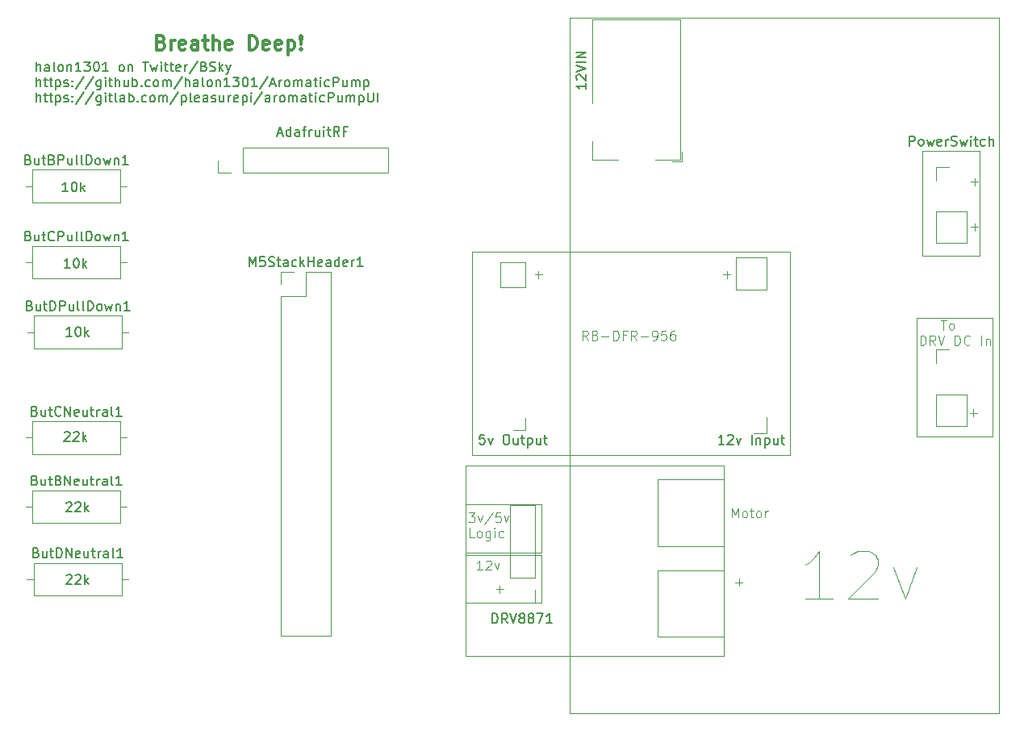
<source format=gbr>
%TF.GenerationSoftware,KiCad,Pcbnew,8.0.2*%
%TF.CreationDate,2024-06-02T23:09:43-04:00*%
%TF.ProjectId,popperPump,706f7070-6572-4507-956d-702e6b696361,1.5*%
%TF.SameCoordinates,Original*%
%TF.FileFunction,Legend,Top*%
%TF.FilePolarity,Positive*%
%FSLAX46Y46*%
G04 Gerber Fmt 4.6, Leading zero omitted, Abs format (unit mm)*
G04 Created by KiCad (PCBNEW 8.0.2) date 2024-06-02 23:09:43*
%MOMM*%
%LPD*%
G01*
G04 APERTURE LIST*
%ADD10C,0.100000*%
%ADD11C,0.300000*%
%ADD12C,0.150000*%
%ADD13C,0.187500*%
%ADD14C,0.120000*%
G04 APERTURE END LIST*
D10*
X195750000Y-71000000D02*
X201750000Y-71000000D01*
X201750000Y-82000000D01*
X195750000Y-82000000D01*
X195750000Y-71000000D01*
X195150000Y-88500000D02*
X203050000Y-88500000D01*
X203050000Y-101000000D01*
X195150000Y-101000000D01*
X195150000Y-88500000D01*
X147750000Y-104000000D02*
X174900000Y-104000000D01*
X174900000Y-124000000D01*
X147750000Y-124000000D01*
X147750000Y-104000000D01*
X167900000Y-105500000D02*
X174900000Y-105500000D01*
X174900000Y-112500000D01*
X167900000Y-112500000D01*
X167900000Y-105500000D01*
X147750000Y-108100000D02*
X155750000Y-108100000D01*
X155750000Y-113150000D01*
X147750000Y-113150000D01*
X147750000Y-108100000D01*
X167900000Y-115000000D02*
X174900000Y-115000000D01*
X174900000Y-122000000D01*
X167900000Y-122000000D01*
X167900000Y-115000000D01*
X148500000Y-81600000D02*
X181850000Y-81600000D01*
X181850000Y-102900000D01*
X148500000Y-102900000D01*
X148500000Y-81600000D01*
X147750000Y-113400000D02*
X155750000Y-113400000D01*
X155750000Y-118450000D01*
X147750000Y-118450000D01*
X147750000Y-113400000D01*
X200803884Y-74241466D02*
X201565789Y-74241466D01*
X201184836Y-74622419D02*
X201184836Y-73860514D01*
X155053884Y-83991466D02*
X155815789Y-83991466D01*
X155434836Y-84372419D02*
X155434836Y-83610514D01*
D11*
X115854510Y-59615114D02*
X116068796Y-59686542D01*
X116068796Y-59686542D02*
X116140225Y-59757971D01*
X116140225Y-59757971D02*
X116211653Y-59900828D01*
X116211653Y-59900828D02*
X116211653Y-60115114D01*
X116211653Y-60115114D02*
X116140225Y-60257971D01*
X116140225Y-60257971D02*
X116068796Y-60329400D01*
X116068796Y-60329400D02*
X115925939Y-60400828D01*
X115925939Y-60400828D02*
X115354510Y-60400828D01*
X115354510Y-60400828D02*
X115354510Y-58900828D01*
X115354510Y-58900828D02*
X115854510Y-58900828D01*
X115854510Y-58900828D02*
X115997368Y-58972257D01*
X115997368Y-58972257D02*
X116068796Y-59043685D01*
X116068796Y-59043685D02*
X116140225Y-59186542D01*
X116140225Y-59186542D02*
X116140225Y-59329400D01*
X116140225Y-59329400D02*
X116068796Y-59472257D01*
X116068796Y-59472257D02*
X115997368Y-59543685D01*
X115997368Y-59543685D02*
X115854510Y-59615114D01*
X115854510Y-59615114D02*
X115354510Y-59615114D01*
X116854510Y-60400828D02*
X116854510Y-59400828D01*
X116854510Y-59686542D02*
X116925939Y-59543685D01*
X116925939Y-59543685D02*
X116997368Y-59472257D01*
X116997368Y-59472257D02*
X117140225Y-59400828D01*
X117140225Y-59400828D02*
X117283082Y-59400828D01*
X118354510Y-60329400D02*
X118211653Y-60400828D01*
X118211653Y-60400828D02*
X117925939Y-60400828D01*
X117925939Y-60400828D02*
X117783081Y-60329400D01*
X117783081Y-60329400D02*
X117711653Y-60186542D01*
X117711653Y-60186542D02*
X117711653Y-59615114D01*
X117711653Y-59615114D02*
X117783081Y-59472257D01*
X117783081Y-59472257D02*
X117925939Y-59400828D01*
X117925939Y-59400828D02*
X118211653Y-59400828D01*
X118211653Y-59400828D02*
X118354510Y-59472257D01*
X118354510Y-59472257D02*
X118425939Y-59615114D01*
X118425939Y-59615114D02*
X118425939Y-59757971D01*
X118425939Y-59757971D02*
X117711653Y-59900828D01*
X119711653Y-60400828D02*
X119711653Y-59615114D01*
X119711653Y-59615114D02*
X119640224Y-59472257D01*
X119640224Y-59472257D02*
X119497367Y-59400828D01*
X119497367Y-59400828D02*
X119211653Y-59400828D01*
X119211653Y-59400828D02*
X119068795Y-59472257D01*
X119711653Y-60329400D02*
X119568795Y-60400828D01*
X119568795Y-60400828D02*
X119211653Y-60400828D01*
X119211653Y-60400828D02*
X119068795Y-60329400D01*
X119068795Y-60329400D02*
X118997367Y-60186542D01*
X118997367Y-60186542D02*
X118997367Y-60043685D01*
X118997367Y-60043685D02*
X119068795Y-59900828D01*
X119068795Y-59900828D02*
X119211653Y-59829400D01*
X119211653Y-59829400D02*
X119568795Y-59829400D01*
X119568795Y-59829400D02*
X119711653Y-59757971D01*
X120211653Y-59400828D02*
X120783081Y-59400828D01*
X120425938Y-58900828D02*
X120425938Y-60186542D01*
X120425938Y-60186542D02*
X120497367Y-60329400D01*
X120497367Y-60329400D02*
X120640224Y-60400828D01*
X120640224Y-60400828D02*
X120783081Y-60400828D01*
X121283081Y-60400828D02*
X121283081Y-58900828D01*
X121925939Y-60400828D02*
X121925939Y-59615114D01*
X121925939Y-59615114D02*
X121854510Y-59472257D01*
X121854510Y-59472257D02*
X121711653Y-59400828D01*
X121711653Y-59400828D02*
X121497367Y-59400828D01*
X121497367Y-59400828D02*
X121354510Y-59472257D01*
X121354510Y-59472257D02*
X121283081Y-59543685D01*
X123211653Y-60329400D02*
X123068796Y-60400828D01*
X123068796Y-60400828D02*
X122783082Y-60400828D01*
X122783082Y-60400828D02*
X122640224Y-60329400D01*
X122640224Y-60329400D02*
X122568796Y-60186542D01*
X122568796Y-60186542D02*
X122568796Y-59615114D01*
X122568796Y-59615114D02*
X122640224Y-59472257D01*
X122640224Y-59472257D02*
X122783082Y-59400828D01*
X122783082Y-59400828D02*
X123068796Y-59400828D01*
X123068796Y-59400828D02*
X123211653Y-59472257D01*
X123211653Y-59472257D02*
X123283082Y-59615114D01*
X123283082Y-59615114D02*
X123283082Y-59757971D01*
X123283082Y-59757971D02*
X122568796Y-59900828D01*
X125068795Y-60400828D02*
X125068795Y-58900828D01*
X125068795Y-58900828D02*
X125425938Y-58900828D01*
X125425938Y-58900828D02*
X125640224Y-58972257D01*
X125640224Y-58972257D02*
X125783081Y-59115114D01*
X125783081Y-59115114D02*
X125854510Y-59257971D01*
X125854510Y-59257971D02*
X125925938Y-59543685D01*
X125925938Y-59543685D02*
X125925938Y-59757971D01*
X125925938Y-59757971D02*
X125854510Y-60043685D01*
X125854510Y-60043685D02*
X125783081Y-60186542D01*
X125783081Y-60186542D02*
X125640224Y-60329400D01*
X125640224Y-60329400D02*
X125425938Y-60400828D01*
X125425938Y-60400828D02*
X125068795Y-60400828D01*
X127140224Y-60329400D02*
X126997367Y-60400828D01*
X126997367Y-60400828D02*
X126711653Y-60400828D01*
X126711653Y-60400828D02*
X126568795Y-60329400D01*
X126568795Y-60329400D02*
X126497367Y-60186542D01*
X126497367Y-60186542D02*
X126497367Y-59615114D01*
X126497367Y-59615114D02*
X126568795Y-59472257D01*
X126568795Y-59472257D02*
X126711653Y-59400828D01*
X126711653Y-59400828D02*
X126997367Y-59400828D01*
X126997367Y-59400828D02*
X127140224Y-59472257D01*
X127140224Y-59472257D02*
X127211653Y-59615114D01*
X127211653Y-59615114D02*
X127211653Y-59757971D01*
X127211653Y-59757971D02*
X126497367Y-59900828D01*
X128425938Y-60329400D02*
X128283081Y-60400828D01*
X128283081Y-60400828D02*
X127997367Y-60400828D01*
X127997367Y-60400828D02*
X127854509Y-60329400D01*
X127854509Y-60329400D02*
X127783081Y-60186542D01*
X127783081Y-60186542D02*
X127783081Y-59615114D01*
X127783081Y-59615114D02*
X127854509Y-59472257D01*
X127854509Y-59472257D02*
X127997367Y-59400828D01*
X127997367Y-59400828D02*
X128283081Y-59400828D01*
X128283081Y-59400828D02*
X128425938Y-59472257D01*
X128425938Y-59472257D02*
X128497367Y-59615114D01*
X128497367Y-59615114D02*
X128497367Y-59757971D01*
X128497367Y-59757971D02*
X127783081Y-59900828D01*
X129140223Y-59400828D02*
X129140223Y-60900828D01*
X129140223Y-59472257D02*
X129283081Y-59400828D01*
X129283081Y-59400828D02*
X129568795Y-59400828D01*
X129568795Y-59400828D02*
X129711652Y-59472257D01*
X129711652Y-59472257D02*
X129783081Y-59543685D01*
X129783081Y-59543685D02*
X129854509Y-59686542D01*
X129854509Y-59686542D02*
X129854509Y-60115114D01*
X129854509Y-60115114D02*
X129783081Y-60257971D01*
X129783081Y-60257971D02*
X129711652Y-60329400D01*
X129711652Y-60329400D02*
X129568795Y-60400828D01*
X129568795Y-60400828D02*
X129283081Y-60400828D01*
X129283081Y-60400828D02*
X129140223Y-60329400D01*
X130497366Y-60257971D02*
X130568795Y-60329400D01*
X130568795Y-60329400D02*
X130497366Y-60400828D01*
X130497366Y-60400828D02*
X130425938Y-60329400D01*
X130425938Y-60329400D02*
X130497366Y-60257971D01*
X130497366Y-60257971D02*
X130497366Y-60400828D01*
X130497366Y-59829400D02*
X130425938Y-58972257D01*
X130425938Y-58972257D02*
X130497366Y-58900828D01*
X130497366Y-58900828D02*
X130568795Y-58972257D01*
X130568795Y-58972257D02*
X130497366Y-59829400D01*
X130497366Y-59829400D02*
X130497366Y-58900828D01*
D12*
X105889160Y-115565057D02*
X105936779Y-115517438D01*
X105936779Y-115517438D02*
X106032017Y-115469819D01*
X106032017Y-115469819D02*
X106270112Y-115469819D01*
X106270112Y-115469819D02*
X106365350Y-115517438D01*
X106365350Y-115517438D02*
X106412969Y-115565057D01*
X106412969Y-115565057D02*
X106460588Y-115660295D01*
X106460588Y-115660295D02*
X106460588Y-115755533D01*
X106460588Y-115755533D02*
X106412969Y-115898390D01*
X106412969Y-115898390D02*
X105841541Y-116469819D01*
X105841541Y-116469819D02*
X106460588Y-116469819D01*
X106841541Y-115565057D02*
X106889160Y-115517438D01*
X106889160Y-115517438D02*
X106984398Y-115469819D01*
X106984398Y-115469819D02*
X107222493Y-115469819D01*
X107222493Y-115469819D02*
X107317731Y-115517438D01*
X107317731Y-115517438D02*
X107365350Y-115565057D01*
X107365350Y-115565057D02*
X107412969Y-115660295D01*
X107412969Y-115660295D02*
X107412969Y-115755533D01*
X107412969Y-115755533D02*
X107365350Y-115898390D01*
X107365350Y-115898390D02*
X106793922Y-116469819D01*
X106793922Y-116469819D02*
X107412969Y-116469819D01*
X107841541Y-116469819D02*
X107841541Y-115469819D01*
X107936779Y-116088866D02*
X108222493Y-116469819D01*
X108222493Y-115803152D02*
X107841541Y-116184104D01*
X106460588Y-90469819D02*
X105889160Y-90469819D01*
X106174874Y-90469819D02*
X106174874Y-89469819D01*
X106174874Y-89469819D02*
X106079636Y-89612676D01*
X106079636Y-89612676D02*
X105984398Y-89707914D01*
X105984398Y-89707914D02*
X105889160Y-89755533D01*
X107079636Y-89469819D02*
X107174874Y-89469819D01*
X107174874Y-89469819D02*
X107270112Y-89517438D01*
X107270112Y-89517438D02*
X107317731Y-89565057D01*
X107317731Y-89565057D02*
X107365350Y-89660295D01*
X107365350Y-89660295D02*
X107412969Y-89850771D01*
X107412969Y-89850771D02*
X107412969Y-90088866D01*
X107412969Y-90088866D02*
X107365350Y-90279342D01*
X107365350Y-90279342D02*
X107317731Y-90374580D01*
X107317731Y-90374580D02*
X107270112Y-90422200D01*
X107270112Y-90422200D02*
X107174874Y-90469819D01*
X107174874Y-90469819D02*
X107079636Y-90469819D01*
X107079636Y-90469819D02*
X106984398Y-90422200D01*
X106984398Y-90422200D02*
X106936779Y-90374580D01*
X106936779Y-90374580D02*
X106889160Y-90279342D01*
X106889160Y-90279342D02*
X106841541Y-90088866D01*
X106841541Y-90088866D02*
X106841541Y-89850771D01*
X106841541Y-89850771D02*
X106889160Y-89660295D01*
X106889160Y-89660295D02*
X106936779Y-89565057D01*
X106936779Y-89565057D02*
X106984398Y-89517438D01*
X106984398Y-89517438D02*
X107079636Y-89469819D01*
X107841541Y-90469819D02*
X107841541Y-89469819D01*
X107936779Y-90088866D02*
X108222493Y-90469819D01*
X108222493Y-89803152D02*
X107841541Y-90184104D01*
D10*
X174803884Y-83991466D02*
X175565789Y-83991466D01*
X175184836Y-84372419D02*
X175184836Y-83610514D01*
X149527693Y-114972419D02*
X148956265Y-114972419D01*
X149241979Y-114972419D02*
X149241979Y-113972419D01*
X149241979Y-113972419D02*
X149146741Y-114115276D01*
X149146741Y-114115276D02*
X149051503Y-114210514D01*
X149051503Y-114210514D02*
X148956265Y-114258133D01*
X149908646Y-114067657D02*
X149956265Y-114020038D01*
X149956265Y-114020038D02*
X150051503Y-113972419D01*
X150051503Y-113972419D02*
X150289598Y-113972419D01*
X150289598Y-113972419D02*
X150384836Y-114020038D01*
X150384836Y-114020038D02*
X150432455Y-114067657D01*
X150432455Y-114067657D02*
X150480074Y-114162895D01*
X150480074Y-114162895D02*
X150480074Y-114258133D01*
X150480074Y-114258133D02*
X150432455Y-114400990D01*
X150432455Y-114400990D02*
X149861027Y-114972419D01*
X149861027Y-114972419D02*
X150480074Y-114972419D01*
X150813408Y-114305752D02*
X151051503Y-114972419D01*
X151051503Y-114972419D02*
X151289598Y-114305752D01*
X148108646Y-108962475D02*
X148727693Y-108962475D01*
X148727693Y-108962475D02*
X148394360Y-109343427D01*
X148394360Y-109343427D02*
X148537217Y-109343427D01*
X148537217Y-109343427D02*
X148632455Y-109391046D01*
X148632455Y-109391046D02*
X148680074Y-109438665D01*
X148680074Y-109438665D02*
X148727693Y-109533903D01*
X148727693Y-109533903D02*
X148727693Y-109771998D01*
X148727693Y-109771998D02*
X148680074Y-109867236D01*
X148680074Y-109867236D02*
X148632455Y-109914856D01*
X148632455Y-109914856D02*
X148537217Y-109962475D01*
X148537217Y-109962475D02*
X148251503Y-109962475D01*
X148251503Y-109962475D02*
X148156265Y-109914856D01*
X148156265Y-109914856D02*
X148108646Y-109867236D01*
X149061027Y-109295808D02*
X149299122Y-109962475D01*
X149299122Y-109962475D02*
X149537217Y-109295808D01*
X150632455Y-108914856D02*
X149775313Y-110200570D01*
X151441979Y-108962475D02*
X150965789Y-108962475D01*
X150965789Y-108962475D02*
X150918170Y-109438665D01*
X150918170Y-109438665D02*
X150965789Y-109391046D01*
X150965789Y-109391046D02*
X151061027Y-109343427D01*
X151061027Y-109343427D02*
X151299122Y-109343427D01*
X151299122Y-109343427D02*
X151394360Y-109391046D01*
X151394360Y-109391046D02*
X151441979Y-109438665D01*
X151441979Y-109438665D02*
X151489598Y-109533903D01*
X151489598Y-109533903D02*
X151489598Y-109771998D01*
X151489598Y-109771998D02*
X151441979Y-109867236D01*
X151441979Y-109867236D02*
X151394360Y-109914856D01*
X151394360Y-109914856D02*
X151299122Y-109962475D01*
X151299122Y-109962475D02*
X151061027Y-109962475D01*
X151061027Y-109962475D02*
X150965789Y-109914856D01*
X150965789Y-109914856D02*
X150918170Y-109867236D01*
X151822932Y-109295808D02*
X152061027Y-109962475D01*
X152061027Y-109962475D02*
X152299122Y-109295808D01*
X148680074Y-111572419D02*
X148203884Y-111572419D01*
X148203884Y-111572419D02*
X148203884Y-110572419D01*
X149156265Y-111572419D02*
X149061027Y-111524800D01*
X149061027Y-111524800D02*
X149013408Y-111477180D01*
X149013408Y-111477180D02*
X148965789Y-111381942D01*
X148965789Y-111381942D02*
X148965789Y-111096228D01*
X148965789Y-111096228D02*
X149013408Y-111000990D01*
X149013408Y-111000990D02*
X149061027Y-110953371D01*
X149061027Y-110953371D02*
X149156265Y-110905752D01*
X149156265Y-110905752D02*
X149299122Y-110905752D01*
X149299122Y-110905752D02*
X149394360Y-110953371D01*
X149394360Y-110953371D02*
X149441979Y-111000990D01*
X149441979Y-111000990D02*
X149489598Y-111096228D01*
X149489598Y-111096228D02*
X149489598Y-111381942D01*
X149489598Y-111381942D02*
X149441979Y-111477180D01*
X149441979Y-111477180D02*
X149394360Y-111524800D01*
X149394360Y-111524800D02*
X149299122Y-111572419D01*
X149299122Y-111572419D02*
X149156265Y-111572419D01*
X150346741Y-110905752D02*
X150346741Y-111715276D01*
X150346741Y-111715276D02*
X150299122Y-111810514D01*
X150299122Y-111810514D02*
X150251503Y-111858133D01*
X150251503Y-111858133D02*
X150156265Y-111905752D01*
X150156265Y-111905752D02*
X150013408Y-111905752D01*
X150013408Y-111905752D02*
X149918170Y-111858133D01*
X150346741Y-111524800D02*
X150251503Y-111572419D01*
X150251503Y-111572419D02*
X150061027Y-111572419D01*
X150061027Y-111572419D02*
X149965789Y-111524800D01*
X149965789Y-111524800D02*
X149918170Y-111477180D01*
X149918170Y-111477180D02*
X149870551Y-111381942D01*
X149870551Y-111381942D02*
X149870551Y-111096228D01*
X149870551Y-111096228D02*
X149918170Y-111000990D01*
X149918170Y-111000990D02*
X149965789Y-110953371D01*
X149965789Y-110953371D02*
X150061027Y-110905752D01*
X150061027Y-110905752D02*
X150251503Y-110905752D01*
X150251503Y-110905752D02*
X150346741Y-110953371D01*
X150822932Y-111572419D02*
X150822932Y-110905752D01*
X150822932Y-110572419D02*
X150775313Y-110620038D01*
X150775313Y-110620038D02*
X150822932Y-110667657D01*
X150822932Y-110667657D02*
X150870551Y-110620038D01*
X150870551Y-110620038D02*
X150822932Y-110572419D01*
X150822932Y-110572419D02*
X150822932Y-110667657D01*
X151727693Y-111524800D02*
X151632455Y-111572419D01*
X151632455Y-111572419D02*
X151441979Y-111572419D01*
X151441979Y-111572419D02*
X151346741Y-111524800D01*
X151346741Y-111524800D02*
X151299122Y-111477180D01*
X151299122Y-111477180D02*
X151251503Y-111381942D01*
X151251503Y-111381942D02*
X151251503Y-111096228D01*
X151251503Y-111096228D02*
X151299122Y-111000990D01*
X151299122Y-111000990D02*
X151346741Y-110953371D01*
X151346741Y-110953371D02*
X151441979Y-110905752D01*
X151441979Y-110905752D02*
X151632455Y-110905752D01*
X151632455Y-110905752D02*
X151727693Y-110953371D01*
D12*
X106060588Y-75269819D02*
X105489160Y-75269819D01*
X105774874Y-75269819D02*
X105774874Y-74269819D01*
X105774874Y-74269819D02*
X105679636Y-74412676D01*
X105679636Y-74412676D02*
X105584398Y-74507914D01*
X105584398Y-74507914D02*
X105489160Y-74555533D01*
X106679636Y-74269819D02*
X106774874Y-74269819D01*
X106774874Y-74269819D02*
X106870112Y-74317438D01*
X106870112Y-74317438D02*
X106917731Y-74365057D01*
X106917731Y-74365057D02*
X106965350Y-74460295D01*
X106965350Y-74460295D02*
X107012969Y-74650771D01*
X107012969Y-74650771D02*
X107012969Y-74888866D01*
X107012969Y-74888866D02*
X106965350Y-75079342D01*
X106965350Y-75079342D02*
X106917731Y-75174580D01*
X106917731Y-75174580D02*
X106870112Y-75222200D01*
X106870112Y-75222200D02*
X106774874Y-75269819D01*
X106774874Y-75269819D02*
X106679636Y-75269819D01*
X106679636Y-75269819D02*
X106584398Y-75222200D01*
X106584398Y-75222200D02*
X106536779Y-75174580D01*
X106536779Y-75174580D02*
X106489160Y-75079342D01*
X106489160Y-75079342D02*
X106441541Y-74888866D01*
X106441541Y-74888866D02*
X106441541Y-74650771D01*
X106441541Y-74650771D02*
X106489160Y-74460295D01*
X106489160Y-74460295D02*
X106536779Y-74365057D01*
X106536779Y-74365057D02*
X106584398Y-74317438D01*
X106584398Y-74317438D02*
X106679636Y-74269819D01*
X107441541Y-75269819D02*
X107441541Y-74269819D01*
X107536779Y-74888866D02*
X107822493Y-75269819D01*
X107822493Y-74603152D02*
X107441541Y-74984104D01*
D10*
X186275312Y-117982895D02*
X183418169Y-117982895D01*
X184846741Y-117982895D02*
X184846741Y-112982895D01*
X184846741Y-112982895D02*
X184370550Y-113697180D01*
X184370550Y-113697180D02*
X183894360Y-114173371D01*
X183894360Y-114173371D02*
X183418169Y-114411466D01*
X188180074Y-113459085D02*
X188418170Y-113220990D01*
X188418170Y-113220990D02*
X188894360Y-112982895D01*
X188894360Y-112982895D02*
X190084836Y-112982895D01*
X190084836Y-112982895D02*
X190561027Y-113220990D01*
X190561027Y-113220990D02*
X190799122Y-113459085D01*
X190799122Y-113459085D02*
X191037217Y-113935276D01*
X191037217Y-113935276D02*
X191037217Y-114411466D01*
X191037217Y-114411466D02*
X190799122Y-115125752D01*
X190799122Y-115125752D02*
X187941979Y-117982895D01*
X187941979Y-117982895D02*
X191037217Y-117982895D01*
X192703884Y-114649561D02*
X193894360Y-117982895D01*
X193894360Y-117982895D02*
X195084837Y-114649561D01*
X200803884Y-78991466D02*
X201565789Y-78991466D01*
X201184836Y-79372419D02*
X201184836Y-78610514D01*
D12*
X105889160Y-107965057D02*
X105936779Y-107917438D01*
X105936779Y-107917438D02*
X106032017Y-107869819D01*
X106032017Y-107869819D02*
X106270112Y-107869819D01*
X106270112Y-107869819D02*
X106365350Y-107917438D01*
X106365350Y-107917438D02*
X106412969Y-107965057D01*
X106412969Y-107965057D02*
X106460588Y-108060295D01*
X106460588Y-108060295D02*
X106460588Y-108155533D01*
X106460588Y-108155533D02*
X106412969Y-108298390D01*
X106412969Y-108298390D02*
X105841541Y-108869819D01*
X105841541Y-108869819D02*
X106460588Y-108869819D01*
X106841541Y-107965057D02*
X106889160Y-107917438D01*
X106889160Y-107917438D02*
X106984398Y-107869819D01*
X106984398Y-107869819D02*
X107222493Y-107869819D01*
X107222493Y-107869819D02*
X107317731Y-107917438D01*
X107317731Y-107917438D02*
X107365350Y-107965057D01*
X107365350Y-107965057D02*
X107412969Y-108060295D01*
X107412969Y-108060295D02*
X107412969Y-108155533D01*
X107412969Y-108155533D02*
X107365350Y-108298390D01*
X107365350Y-108298390D02*
X106793922Y-108869819D01*
X106793922Y-108869819D02*
X107412969Y-108869819D01*
X107841541Y-108869819D02*
X107841541Y-107869819D01*
X107936779Y-108488866D02*
X108222493Y-108869819D01*
X108222493Y-108203152D02*
X107841541Y-108584104D01*
D10*
X197646742Y-88762475D02*
X198218170Y-88762475D01*
X197932456Y-89762475D02*
X197932456Y-88762475D01*
X198694361Y-89762475D02*
X198599123Y-89714856D01*
X198599123Y-89714856D02*
X198551504Y-89667236D01*
X198551504Y-89667236D02*
X198503885Y-89571998D01*
X198503885Y-89571998D02*
X198503885Y-89286284D01*
X198503885Y-89286284D02*
X198551504Y-89191046D01*
X198551504Y-89191046D02*
X198599123Y-89143427D01*
X198599123Y-89143427D02*
X198694361Y-89095808D01*
X198694361Y-89095808D02*
X198837218Y-89095808D01*
X198837218Y-89095808D02*
X198932456Y-89143427D01*
X198932456Y-89143427D02*
X198980075Y-89191046D01*
X198980075Y-89191046D02*
X199027694Y-89286284D01*
X199027694Y-89286284D02*
X199027694Y-89571998D01*
X199027694Y-89571998D02*
X198980075Y-89667236D01*
X198980075Y-89667236D02*
X198932456Y-89714856D01*
X198932456Y-89714856D02*
X198837218Y-89762475D01*
X198837218Y-89762475D02*
X198694361Y-89762475D01*
X195503884Y-91372419D02*
X195503884Y-90372419D01*
X195503884Y-90372419D02*
X195741979Y-90372419D01*
X195741979Y-90372419D02*
X195884836Y-90420038D01*
X195884836Y-90420038D02*
X195980074Y-90515276D01*
X195980074Y-90515276D02*
X196027693Y-90610514D01*
X196027693Y-90610514D02*
X196075312Y-90800990D01*
X196075312Y-90800990D02*
X196075312Y-90943847D01*
X196075312Y-90943847D02*
X196027693Y-91134323D01*
X196027693Y-91134323D02*
X195980074Y-91229561D01*
X195980074Y-91229561D02*
X195884836Y-91324800D01*
X195884836Y-91324800D02*
X195741979Y-91372419D01*
X195741979Y-91372419D02*
X195503884Y-91372419D01*
X197075312Y-91372419D02*
X196741979Y-90896228D01*
X196503884Y-91372419D02*
X196503884Y-90372419D01*
X196503884Y-90372419D02*
X196884836Y-90372419D01*
X196884836Y-90372419D02*
X196980074Y-90420038D01*
X196980074Y-90420038D02*
X197027693Y-90467657D01*
X197027693Y-90467657D02*
X197075312Y-90562895D01*
X197075312Y-90562895D02*
X197075312Y-90705752D01*
X197075312Y-90705752D02*
X197027693Y-90800990D01*
X197027693Y-90800990D02*
X196980074Y-90848609D01*
X196980074Y-90848609D02*
X196884836Y-90896228D01*
X196884836Y-90896228D02*
X196503884Y-90896228D01*
X197361027Y-90372419D02*
X197694360Y-91372419D01*
X197694360Y-91372419D02*
X198027693Y-90372419D01*
X199122932Y-91372419D02*
X199122932Y-90372419D01*
X199122932Y-90372419D02*
X199361027Y-90372419D01*
X199361027Y-90372419D02*
X199503884Y-90420038D01*
X199503884Y-90420038D02*
X199599122Y-90515276D01*
X199599122Y-90515276D02*
X199646741Y-90610514D01*
X199646741Y-90610514D02*
X199694360Y-90800990D01*
X199694360Y-90800990D02*
X199694360Y-90943847D01*
X199694360Y-90943847D02*
X199646741Y-91134323D01*
X199646741Y-91134323D02*
X199599122Y-91229561D01*
X199599122Y-91229561D02*
X199503884Y-91324800D01*
X199503884Y-91324800D02*
X199361027Y-91372419D01*
X199361027Y-91372419D02*
X199122932Y-91372419D01*
X200694360Y-91277180D02*
X200646741Y-91324800D01*
X200646741Y-91324800D02*
X200503884Y-91372419D01*
X200503884Y-91372419D02*
X200408646Y-91372419D01*
X200408646Y-91372419D02*
X200265789Y-91324800D01*
X200265789Y-91324800D02*
X200170551Y-91229561D01*
X200170551Y-91229561D02*
X200122932Y-91134323D01*
X200122932Y-91134323D02*
X200075313Y-90943847D01*
X200075313Y-90943847D02*
X200075313Y-90800990D01*
X200075313Y-90800990D02*
X200122932Y-90610514D01*
X200122932Y-90610514D02*
X200170551Y-90515276D01*
X200170551Y-90515276D02*
X200265789Y-90420038D01*
X200265789Y-90420038D02*
X200408646Y-90372419D01*
X200408646Y-90372419D02*
X200503884Y-90372419D01*
X200503884Y-90372419D02*
X200646741Y-90420038D01*
X200646741Y-90420038D02*
X200694360Y-90467657D01*
X201884837Y-91372419D02*
X201884837Y-90372419D01*
X202361027Y-90705752D02*
X202361027Y-91372419D01*
X202361027Y-90800990D02*
X202408646Y-90753371D01*
X202408646Y-90753371D02*
X202503884Y-90705752D01*
X202503884Y-90705752D02*
X202646741Y-90705752D01*
X202646741Y-90705752D02*
X202741979Y-90753371D01*
X202741979Y-90753371D02*
X202789598Y-90848609D01*
X202789598Y-90848609D02*
X202789598Y-91372419D01*
X176103884Y-116291466D02*
X176865789Y-116291466D01*
X176484836Y-116672419D02*
X176484836Y-115910514D01*
X160625312Y-90872419D02*
X160291979Y-90396228D01*
X160053884Y-90872419D02*
X160053884Y-89872419D01*
X160053884Y-89872419D02*
X160434836Y-89872419D01*
X160434836Y-89872419D02*
X160530074Y-89920038D01*
X160530074Y-89920038D02*
X160577693Y-89967657D01*
X160577693Y-89967657D02*
X160625312Y-90062895D01*
X160625312Y-90062895D02*
X160625312Y-90205752D01*
X160625312Y-90205752D02*
X160577693Y-90300990D01*
X160577693Y-90300990D02*
X160530074Y-90348609D01*
X160530074Y-90348609D02*
X160434836Y-90396228D01*
X160434836Y-90396228D02*
X160053884Y-90396228D01*
X161387217Y-90348609D02*
X161530074Y-90396228D01*
X161530074Y-90396228D02*
X161577693Y-90443847D01*
X161577693Y-90443847D02*
X161625312Y-90539085D01*
X161625312Y-90539085D02*
X161625312Y-90681942D01*
X161625312Y-90681942D02*
X161577693Y-90777180D01*
X161577693Y-90777180D02*
X161530074Y-90824800D01*
X161530074Y-90824800D02*
X161434836Y-90872419D01*
X161434836Y-90872419D02*
X161053884Y-90872419D01*
X161053884Y-90872419D02*
X161053884Y-89872419D01*
X161053884Y-89872419D02*
X161387217Y-89872419D01*
X161387217Y-89872419D02*
X161482455Y-89920038D01*
X161482455Y-89920038D02*
X161530074Y-89967657D01*
X161530074Y-89967657D02*
X161577693Y-90062895D01*
X161577693Y-90062895D02*
X161577693Y-90158133D01*
X161577693Y-90158133D02*
X161530074Y-90253371D01*
X161530074Y-90253371D02*
X161482455Y-90300990D01*
X161482455Y-90300990D02*
X161387217Y-90348609D01*
X161387217Y-90348609D02*
X161053884Y-90348609D01*
X162053884Y-90491466D02*
X162815789Y-90491466D01*
X163291979Y-90872419D02*
X163291979Y-89872419D01*
X163291979Y-89872419D02*
X163530074Y-89872419D01*
X163530074Y-89872419D02*
X163672931Y-89920038D01*
X163672931Y-89920038D02*
X163768169Y-90015276D01*
X163768169Y-90015276D02*
X163815788Y-90110514D01*
X163815788Y-90110514D02*
X163863407Y-90300990D01*
X163863407Y-90300990D02*
X163863407Y-90443847D01*
X163863407Y-90443847D02*
X163815788Y-90634323D01*
X163815788Y-90634323D02*
X163768169Y-90729561D01*
X163768169Y-90729561D02*
X163672931Y-90824800D01*
X163672931Y-90824800D02*
X163530074Y-90872419D01*
X163530074Y-90872419D02*
X163291979Y-90872419D01*
X164625312Y-90348609D02*
X164291979Y-90348609D01*
X164291979Y-90872419D02*
X164291979Y-89872419D01*
X164291979Y-89872419D02*
X164768169Y-89872419D01*
X165720550Y-90872419D02*
X165387217Y-90396228D01*
X165149122Y-90872419D02*
X165149122Y-89872419D01*
X165149122Y-89872419D02*
X165530074Y-89872419D01*
X165530074Y-89872419D02*
X165625312Y-89920038D01*
X165625312Y-89920038D02*
X165672931Y-89967657D01*
X165672931Y-89967657D02*
X165720550Y-90062895D01*
X165720550Y-90062895D02*
X165720550Y-90205752D01*
X165720550Y-90205752D02*
X165672931Y-90300990D01*
X165672931Y-90300990D02*
X165625312Y-90348609D01*
X165625312Y-90348609D02*
X165530074Y-90396228D01*
X165530074Y-90396228D02*
X165149122Y-90396228D01*
X166149122Y-90491466D02*
X166911027Y-90491466D01*
X167434836Y-90872419D02*
X167625312Y-90872419D01*
X167625312Y-90872419D02*
X167720550Y-90824800D01*
X167720550Y-90824800D02*
X167768169Y-90777180D01*
X167768169Y-90777180D02*
X167863407Y-90634323D01*
X167863407Y-90634323D02*
X167911026Y-90443847D01*
X167911026Y-90443847D02*
X167911026Y-90062895D01*
X167911026Y-90062895D02*
X167863407Y-89967657D01*
X167863407Y-89967657D02*
X167815788Y-89920038D01*
X167815788Y-89920038D02*
X167720550Y-89872419D01*
X167720550Y-89872419D02*
X167530074Y-89872419D01*
X167530074Y-89872419D02*
X167434836Y-89920038D01*
X167434836Y-89920038D02*
X167387217Y-89967657D01*
X167387217Y-89967657D02*
X167339598Y-90062895D01*
X167339598Y-90062895D02*
X167339598Y-90300990D01*
X167339598Y-90300990D02*
X167387217Y-90396228D01*
X167387217Y-90396228D02*
X167434836Y-90443847D01*
X167434836Y-90443847D02*
X167530074Y-90491466D01*
X167530074Y-90491466D02*
X167720550Y-90491466D01*
X167720550Y-90491466D02*
X167815788Y-90443847D01*
X167815788Y-90443847D02*
X167863407Y-90396228D01*
X167863407Y-90396228D02*
X167911026Y-90300990D01*
X168815788Y-89872419D02*
X168339598Y-89872419D01*
X168339598Y-89872419D02*
X168291979Y-90348609D01*
X168291979Y-90348609D02*
X168339598Y-90300990D01*
X168339598Y-90300990D02*
X168434836Y-90253371D01*
X168434836Y-90253371D02*
X168672931Y-90253371D01*
X168672931Y-90253371D02*
X168768169Y-90300990D01*
X168768169Y-90300990D02*
X168815788Y-90348609D01*
X168815788Y-90348609D02*
X168863407Y-90443847D01*
X168863407Y-90443847D02*
X168863407Y-90681942D01*
X168863407Y-90681942D02*
X168815788Y-90777180D01*
X168815788Y-90777180D02*
X168768169Y-90824800D01*
X168768169Y-90824800D02*
X168672931Y-90872419D01*
X168672931Y-90872419D02*
X168434836Y-90872419D01*
X168434836Y-90872419D02*
X168339598Y-90824800D01*
X168339598Y-90824800D02*
X168291979Y-90777180D01*
X169720550Y-89872419D02*
X169530074Y-89872419D01*
X169530074Y-89872419D02*
X169434836Y-89920038D01*
X169434836Y-89920038D02*
X169387217Y-89967657D01*
X169387217Y-89967657D02*
X169291979Y-90110514D01*
X169291979Y-90110514D02*
X169244360Y-90300990D01*
X169244360Y-90300990D02*
X169244360Y-90681942D01*
X169244360Y-90681942D02*
X169291979Y-90777180D01*
X169291979Y-90777180D02*
X169339598Y-90824800D01*
X169339598Y-90824800D02*
X169434836Y-90872419D01*
X169434836Y-90872419D02*
X169625312Y-90872419D01*
X169625312Y-90872419D02*
X169720550Y-90824800D01*
X169720550Y-90824800D02*
X169768169Y-90777180D01*
X169768169Y-90777180D02*
X169815788Y-90681942D01*
X169815788Y-90681942D02*
X169815788Y-90443847D01*
X169815788Y-90443847D02*
X169768169Y-90348609D01*
X169768169Y-90348609D02*
X169720550Y-90300990D01*
X169720550Y-90300990D02*
X169625312Y-90253371D01*
X169625312Y-90253371D02*
X169434836Y-90253371D01*
X169434836Y-90253371D02*
X169339598Y-90300990D01*
X169339598Y-90300990D02*
X169291979Y-90348609D01*
X169291979Y-90348609D02*
X169244360Y-90443847D01*
D12*
X106260588Y-83269819D02*
X105689160Y-83269819D01*
X105974874Y-83269819D02*
X105974874Y-82269819D01*
X105974874Y-82269819D02*
X105879636Y-82412676D01*
X105879636Y-82412676D02*
X105784398Y-82507914D01*
X105784398Y-82507914D02*
X105689160Y-82555533D01*
X106879636Y-82269819D02*
X106974874Y-82269819D01*
X106974874Y-82269819D02*
X107070112Y-82317438D01*
X107070112Y-82317438D02*
X107117731Y-82365057D01*
X107117731Y-82365057D02*
X107165350Y-82460295D01*
X107165350Y-82460295D02*
X107212969Y-82650771D01*
X107212969Y-82650771D02*
X107212969Y-82888866D01*
X107212969Y-82888866D02*
X107165350Y-83079342D01*
X107165350Y-83079342D02*
X107117731Y-83174580D01*
X107117731Y-83174580D02*
X107070112Y-83222200D01*
X107070112Y-83222200D02*
X106974874Y-83269819D01*
X106974874Y-83269819D02*
X106879636Y-83269819D01*
X106879636Y-83269819D02*
X106784398Y-83222200D01*
X106784398Y-83222200D02*
X106736779Y-83174580D01*
X106736779Y-83174580D02*
X106689160Y-83079342D01*
X106689160Y-83079342D02*
X106641541Y-82888866D01*
X106641541Y-82888866D02*
X106641541Y-82650771D01*
X106641541Y-82650771D02*
X106689160Y-82460295D01*
X106689160Y-82460295D02*
X106736779Y-82365057D01*
X106736779Y-82365057D02*
X106784398Y-82317438D01*
X106784398Y-82317438D02*
X106879636Y-82269819D01*
X107641541Y-83269819D02*
X107641541Y-82269819D01*
X107736779Y-82888866D02*
X108022493Y-83269819D01*
X108022493Y-82603152D02*
X107641541Y-82984104D01*
D10*
X175703884Y-109472419D02*
X175703884Y-108472419D01*
X175703884Y-108472419D02*
X176037217Y-109186704D01*
X176037217Y-109186704D02*
X176370550Y-108472419D01*
X176370550Y-108472419D02*
X176370550Y-109472419D01*
X176989598Y-109472419D02*
X176894360Y-109424800D01*
X176894360Y-109424800D02*
X176846741Y-109377180D01*
X176846741Y-109377180D02*
X176799122Y-109281942D01*
X176799122Y-109281942D02*
X176799122Y-108996228D01*
X176799122Y-108996228D02*
X176846741Y-108900990D01*
X176846741Y-108900990D02*
X176894360Y-108853371D01*
X176894360Y-108853371D02*
X176989598Y-108805752D01*
X176989598Y-108805752D02*
X177132455Y-108805752D01*
X177132455Y-108805752D02*
X177227693Y-108853371D01*
X177227693Y-108853371D02*
X177275312Y-108900990D01*
X177275312Y-108900990D02*
X177322931Y-108996228D01*
X177322931Y-108996228D02*
X177322931Y-109281942D01*
X177322931Y-109281942D02*
X177275312Y-109377180D01*
X177275312Y-109377180D02*
X177227693Y-109424800D01*
X177227693Y-109424800D02*
X177132455Y-109472419D01*
X177132455Y-109472419D02*
X176989598Y-109472419D01*
X177608646Y-108805752D02*
X177989598Y-108805752D01*
X177751503Y-108472419D02*
X177751503Y-109329561D01*
X177751503Y-109329561D02*
X177799122Y-109424800D01*
X177799122Y-109424800D02*
X177894360Y-109472419D01*
X177894360Y-109472419D02*
X177989598Y-109472419D01*
X178465789Y-109472419D02*
X178370551Y-109424800D01*
X178370551Y-109424800D02*
X178322932Y-109377180D01*
X178322932Y-109377180D02*
X178275313Y-109281942D01*
X178275313Y-109281942D02*
X178275313Y-108996228D01*
X178275313Y-108996228D02*
X178322932Y-108900990D01*
X178322932Y-108900990D02*
X178370551Y-108853371D01*
X178370551Y-108853371D02*
X178465789Y-108805752D01*
X178465789Y-108805752D02*
X178608646Y-108805752D01*
X178608646Y-108805752D02*
X178703884Y-108853371D01*
X178703884Y-108853371D02*
X178751503Y-108900990D01*
X178751503Y-108900990D02*
X178799122Y-108996228D01*
X178799122Y-108996228D02*
X178799122Y-109281942D01*
X178799122Y-109281942D02*
X178751503Y-109377180D01*
X178751503Y-109377180D02*
X178703884Y-109424800D01*
X178703884Y-109424800D02*
X178608646Y-109472419D01*
X178608646Y-109472419D02*
X178465789Y-109472419D01*
X179227694Y-109472419D02*
X179227694Y-108805752D01*
X179227694Y-108996228D02*
X179275313Y-108900990D01*
X179275313Y-108900990D02*
X179322932Y-108853371D01*
X179322932Y-108853371D02*
X179418170Y-108805752D01*
X179418170Y-108805752D02*
X179513408Y-108805752D01*
X200703884Y-98491466D02*
X201465789Y-98491466D01*
X201084836Y-98872419D02*
X201084836Y-98110514D01*
D12*
X105689160Y-100565057D02*
X105736779Y-100517438D01*
X105736779Y-100517438D02*
X105832017Y-100469819D01*
X105832017Y-100469819D02*
X106070112Y-100469819D01*
X106070112Y-100469819D02*
X106165350Y-100517438D01*
X106165350Y-100517438D02*
X106212969Y-100565057D01*
X106212969Y-100565057D02*
X106260588Y-100660295D01*
X106260588Y-100660295D02*
X106260588Y-100755533D01*
X106260588Y-100755533D02*
X106212969Y-100898390D01*
X106212969Y-100898390D02*
X105641541Y-101469819D01*
X105641541Y-101469819D02*
X106260588Y-101469819D01*
X106641541Y-100565057D02*
X106689160Y-100517438D01*
X106689160Y-100517438D02*
X106784398Y-100469819D01*
X106784398Y-100469819D02*
X107022493Y-100469819D01*
X107022493Y-100469819D02*
X107117731Y-100517438D01*
X107117731Y-100517438D02*
X107165350Y-100565057D01*
X107165350Y-100565057D02*
X107212969Y-100660295D01*
X107212969Y-100660295D02*
X107212969Y-100755533D01*
X107212969Y-100755533D02*
X107165350Y-100898390D01*
X107165350Y-100898390D02*
X106593922Y-101469819D01*
X106593922Y-101469819D02*
X107212969Y-101469819D01*
X107641541Y-101469819D02*
X107641541Y-100469819D01*
X107736779Y-101088866D02*
X108022493Y-101469819D01*
X108022493Y-100803152D02*
X107641541Y-101184104D01*
D13*
X102761450Y-62647981D02*
X102761450Y-61647981D01*
X103190021Y-62647981D02*
X103190021Y-62124171D01*
X103190021Y-62124171D02*
X103142402Y-62028933D01*
X103142402Y-62028933D02*
X103047164Y-61981314D01*
X103047164Y-61981314D02*
X102904307Y-61981314D01*
X102904307Y-61981314D02*
X102809069Y-62028933D01*
X102809069Y-62028933D02*
X102761450Y-62076552D01*
X104094783Y-62647981D02*
X104094783Y-62124171D01*
X104094783Y-62124171D02*
X104047164Y-62028933D01*
X104047164Y-62028933D02*
X103951926Y-61981314D01*
X103951926Y-61981314D02*
X103761450Y-61981314D01*
X103761450Y-61981314D02*
X103666212Y-62028933D01*
X104094783Y-62600362D02*
X103999545Y-62647981D01*
X103999545Y-62647981D02*
X103761450Y-62647981D01*
X103761450Y-62647981D02*
X103666212Y-62600362D01*
X103666212Y-62600362D02*
X103618593Y-62505123D01*
X103618593Y-62505123D02*
X103618593Y-62409885D01*
X103618593Y-62409885D02*
X103666212Y-62314647D01*
X103666212Y-62314647D02*
X103761450Y-62267028D01*
X103761450Y-62267028D02*
X103999545Y-62267028D01*
X103999545Y-62267028D02*
X104094783Y-62219409D01*
X104713831Y-62647981D02*
X104618593Y-62600362D01*
X104618593Y-62600362D02*
X104570974Y-62505123D01*
X104570974Y-62505123D02*
X104570974Y-61647981D01*
X105237641Y-62647981D02*
X105142403Y-62600362D01*
X105142403Y-62600362D02*
X105094784Y-62552742D01*
X105094784Y-62552742D02*
X105047165Y-62457504D01*
X105047165Y-62457504D02*
X105047165Y-62171790D01*
X105047165Y-62171790D02*
X105094784Y-62076552D01*
X105094784Y-62076552D02*
X105142403Y-62028933D01*
X105142403Y-62028933D02*
X105237641Y-61981314D01*
X105237641Y-61981314D02*
X105380498Y-61981314D01*
X105380498Y-61981314D02*
X105475736Y-62028933D01*
X105475736Y-62028933D02*
X105523355Y-62076552D01*
X105523355Y-62076552D02*
X105570974Y-62171790D01*
X105570974Y-62171790D02*
X105570974Y-62457504D01*
X105570974Y-62457504D02*
X105523355Y-62552742D01*
X105523355Y-62552742D02*
X105475736Y-62600362D01*
X105475736Y-62600362D02*
X105380498Y-62647981D01*
X105380498Y-62647981D02*
X105237641Y-62647981D01*
X105999546Y-61981314D02*
X105999546Y-62647981D01*
X105999546Y-62076552D02*
X106047165Y-62028933D01*
X106047165Y-62028933D02*
X106142403Y-61981314D01*
X106142403Y-61981314D02*
X106285260Y-61981314D01*
X106285260Y-61981314D02*
X106380498Y-62028933D01*
X106380498Y-62028933D02*
X106428117Y-62124171D01*
X106428117Y-62124171D02*
X106428117Y-62647981D01*
X107428117Y-62647981D02*
X106856689Y-62647981D01*
X107142403Y-62647981D02*
X107142403Y-61647981D01*
X107142403Y-61647981D02*
X107047165Y-61790838D01*
X107047165Y-61790838D02*
X106951927Y-61886076D01*
X106951927Y-61886076D02*
X106856689Y-61933695D01*
X107761451Y-61647981D02*
X108380498Y-61647981D01*
X108380498Y-61647981D02*
X108047165Y-62028933D01*
X108047165Y-62028933D02*
X108190022Y-62028933D01*
X108190022Y-62028933D02*
X108285260Y-62076552D01*
X108285260Y-62076552D02*
X108332879Y-62124171D01*
X108332879Y-62124171D02*
X108380498Y-62219409D01*
X108380498Y-62219409D02*
X108380498Y-62457504D01*
X108380498Y-62457504D02*
X108332879Y-62552742D01*
X108332879Y-62552742D02*
X108285260Y-62600362D01*
X108285260Y-62600362D02*
X108190022Y-62647981D01*
X108190022Y-62647981D02*
X107904308Y-62647981D01*
X107904308Y-62647981D02*
X107809070Y-62600362D01*
X107809070Y-62600362D02*
X107761451Y-62552742D01*
X108999546Y-61647981D02*
X109094784Y-61647981D01*
X109094784Y-61647981D02*
X109190022Y-61695600D01*
X109190022Y-61695600D02*
X109237641Y-61743219D01*
X109237641Y-61743219D02*
X109285260Y-61838457D01*
X109285260Y-61838457D02*
X109332879Y-62028933D01*
X109332879Y-62028933D02*
X109332879Y-62267028D01*
X109332879Y-62267028D02*
X109285260Y-62457504D01*
X109285260Y-62457504D02*
X109237641Y-62552742D01*
X109237641Y-62552742D02*
X109190022Y-62600362D01*
X109190022Y-62600362D02*
X109094784Y-62647981D01*
X109094784Y-62647981D02*
X108999546Y-62647981D01*
X108999546Y-62647981D02*
X108904308Y-62600362D01*
X108904308Y-62600362D02*
X108856689Y-62552742D01*
X108856689Y-62552742D02*
X108809070Y-62457504D01*
X108809070Y-62457504D02*
X108761451Y-62267028D01*
X108761451Y-62267028D02*
X108761451Y-62028933D01*
X108761451Y-62028933D02*
X108809070Y-61838457D01*
X108809070Y-61838457D02*
X108856689Y-61743219D01*
X108856689Y-61743219D02*
X108904308Y-61695600D01*
X108904308Y-61695600D02*
X108999546Y-61647981D01*
X110285260Y-62647981D02*
X109713832Y-62647981D01*
X109999546Y-62647981D02*
X109999546Y-61647981D01*
X109999546Y-61647981D02*
X109904308Y-61790838D01*
X109904308Y-61790838D02*
X109809070Y-61886076D01*
X109809070Y-61886076D02*
X109713832Y-61933695D01*
X111618594Y-62647981D02*
X111523356Y-62600362D01*
X111523356Y-62600362D02*
X111475737Y-62552742D01*
X111475737Y-62552742D02*
X111428118Y-62457504D01*
X111428118Y-62457504D02*
X111428118Y-62171790D01*
X111428118Y-62171790D02*
X111475737Y-62076552D01*
X111475737Y-62076552D02*
X111523356Y-62028933D01*
X111523356Y-62028933D02*
X111618594Y-61981314D01*
X111618594Y-61981314D02*
X111761451Y-61981314D01*
X111761451Y-61981314D02*
X111856689Y-62028933D01*
X111856689Y-62028933D02*
X111904308Y-62076552D01*
X111904308Y-62076552D02*
X111951927Y-62171790D01*
X111951927Y-62171790D02*
X111951927Y-62457504D01*
X111951927Y-62457504D02*
X111904308Y-62552742D01*
X111904308Y-62552742D02*
X111856689Y-62600362D01*
X111856689Y-62600362D02*
X111761451Y-62647981D01*
X111761451Y-62647981D02*
X111618594Y-62647981D01*
X112380499Y-61981314D02*
X112380499Y-62647981D01*
X112380499Y-62076552D02*
X112428118Y-62028933D01*
X112428118Y-62028933D02*
X112523356Y-61981314D01*
X112523356Y-61981314D02*
X112666213Y-61981314D01*
X112666213Y-61981314D02*
X112761451Y-62028933D01*
X112761451Y-62028933D02*
X112809070Y-62124171D01*
X112809070Y-62124171D02*
X112809070Y-62647981D01*
X113904309Y-61647981D02*
X114475737Y-61647981D01*
X114190023Y-62647981D02*
X114190023Y-61647981D01*
X114713833Y-61981314D02*
X114904309Y-62647981D01*
X114904309Y-62647981D02*
X115094785Y-62171790D01*
X115094785Y-62171790D02*
X115285261Y-62647981D01*
X115285261Y-62647981D02*
X115475737Y-61981314D01*
X115856690Y-62647981D02*
X115856690Y-61981314D01*
X115856690Y-61647981D02*
X115809071Y-61695600D01*
X115809071Y-61695600D02*
X115856690Y-61743219D01*
X115856690Y-61743219D02*
X115904309Y-61695600D01*
X115904309Y-61695600D02*
X115856690Y-61647981D01*
X115856690Y-61647981D02*
X115856690Y-61743219D01*
X116190023Y-61981314D02*
X116570975Y-61981314D01*
X116332880Y-61647981D02*
X116332880Y-62505123D01*
X116332880Y-62505123D02*
X116380499Y-62600362D01*
X116380499Y-62600362D02*
X116475737Y-62647981D01*
X116475737Y-62647981D02*
X116570975Y-62647981D01*
X116761452Y-61981314D02*
X117142404Y-61981314D01*
X116904309Y-61647981D02*
X116904309Y-62505123D01*
X116904309Y-62505123D02*
X116951928Y-62600362D01*
X116951928Y-62600362D02*
X117047166Y-62647981D01*
X117047166Y-62647981D02*
X117142404Y-62647981D01*
X117856690Y-62600362D02*
X117761452Y-62647981D01*
X117761452Y-62647981D02*
X117570976Y-62647981D01*
X117570976Y-62647981D02*
X117475738Y-62600362D01*
X117475738Y-62600362D02*
X117428119Y-62505123D01*
X117428119Y-62505123D02*
X117428119Y-62124171D01*
X117428119Y-62124171D02*
X117475738Y-62028933D01*
X117475738Y-62028933D02*
X117570976Y-61981314D01*
X117570976Y-61981314D02*
X117761452Y-61981314D01*
X117761452Y-61981314D02*
X117856690Y-62028933D01*
X117856690Y-62028933D02*
X117904309Y-62124171D01*
X117904309Y-62124171D02*
X117904309Y-62219409D01*
X117904309Y-62219409D02*
X117428119Y-62314647D01*
X118332881Y-62647981D02*
X118332881Y-61981314D01*
X118332881Y-62171790D02*
X118380500Y-62076552D01*
X118380500Y-62076552D02*
X118428119Y-62028933D01*
X118428119Y-62028933D02*
X118523357Y-61981314D01*
X118523357Y-61981314D02*
X118618595Y-61981314D01*
X119666214Y-61600362D02*
X118809072Y-62886076D01*
X120332881Y-62124171D02*
X120475738Y-62171790D01*
X120475738Y-62171790D02*
X120523357Y-62219409D01*
X120523357Y-62219409D02*
X120570976Y-62314647D01*
X120570976Y-62314647D02*
X120570976Y-62457504D01*
X120570976Y-62457504D02*
X120523357Y-62552742D01*
X120523357Y-62552742D02*
X120475738Y-62600362D01*
X120475738Y-62600362D02*
X120380500Y-62647981D01*
X120380500Y-62647981D02*
X119999548Y-62647981D01*
X119999548Y-62647981D02*
X119999548Y-61647981D01*
X119999548Y-61647981D02*
X120332881Y-61647981D01*
X120332881Y-61647981D02*
X120428119Y-61695600D01*
X120428119Y-61695600D02*
X120475738Y-61743219D01*
X120475738Y-61743219D02*
X120523357Y-61838457D01*
X120523357Y-61838457D02*
X120523357Y-61933695D01*
X120523357Y-61933695D02*
X120475738Y-62028933D01*
X120475738Y-62028933D02*
X120428119Y-62076552D01*
X120428119Y-62076552D02*
X120332881Y-62124171D01*
X120332881Y-62124171D02*
X119999548Y-62124171D01*
X120951929Y-62600362D02*
X121094786Y-62647981D01*
X121094786Y-62647981D02*
X121332881Y-62647981D01*
X121332881Y-62647981D02*
X121428119Y-62600362D01*
X121428119Y-62600362D02*
X121475738Y-62552742D01*
X121475738Y-62552742D02*
X121523357Y-62457504D01*
X121523357Y-62457504D02*
X121523357Y-62362266D01*
X121523357Y-62362266D02*
X121475738Y-62267028D01*
X121475738Y-62267028D02*
X121428119Y-62219409D01*
X121428119Y-62219409D02*
X121332881Y-62171790D01*
X121332881Y-62171790D02*
X121142405Y-62124171D01*
X121142405Y-62124171D02*
X121047167Y-62076552D01*
X121047167Y-62076552D02*
X120999548Y-62028933D01*
X120999548Y-62028933D02*
X120951929Y-61933695D01*
X120951929Y-61933695D02*
X120951929Y-61838457D01*
X120951929Y-61838457D02*
X120999548Y-61743219D01*
X120999548Y-61743219D02*
X121047167Y-61695600D01*
X121047167Y-61695600D02*
X121142405Y-61647981D01*
X121142405Y-61647981D02*
X121380500Y-61647981D01*
X121380500Y-61647981D02*
X121523357Y-61695600D01*
X121951929Y-62647981D02*
X121951929Y-61647981D01*
X122047167Y-62267028D02*
X122332881Y-62647981D01*
X122332881Y-61981314D02*
X121951929Y-62362266D01*
X122666215Y-61981314D02*
X122904310Y-62647981D01*
X123142405Y-61981314D02*
X122904310Y-62647981D01*
X122904310Y-62647981D02*
X122809072Y-62886076D01*
X122809072Y-62886076D02*
X122761453Y-62933695D01*
X122761453Y-62933695D02*
X122666215Y-62981314D01*
X102761450Y-64257925D02*
X102761450Y-63257925D01*
X103190021Y-64257925D02*
X103190021Y-63734115D01*
X103190021Y-63734115D02*
X103142402Y-63638877D01*
X103142402Y-63638877D02*
X103047164Y-63591258D01*
X103047164Y-63591258D02*
X102904307Y-63591258D01*
X102904307Y-63591258D02*
X102809069Y-63638877D01*
X102809069Y-63638877D02*
X102761450Y-63686496D01*
X103523355Y-63591258D02*
X103904307Y-63591258D01*
X103666212Y-63257925D02*
X103666212Y-64115067D01*
X103666212Y-64115067D02*
X103713831Y-64210306D01*
X103713831Y-64210306D02*
X103809069Y-64257925D01*
X103809069Y-64257925D02*
X103904307Y-64257925D01*
X104094784Y-63591258D02*
X104475736Y-63591258D01*
X104237641Y-63257925D02*
X104237641Y-64115067D01*
X104237641Y-64115067D02*
X104285260Y-64210306D01*
X104285260Y-64210306D02*
X104380498Y-64257925D01*
X104380498Y-64257925D02*
X104475736Y-64257925D01*
X104809070Y-63591258D02*
X104809070Y-64591258D01*
X104809070Y-63638877D02*
X104904308Y-63591258D01*
X104904308Y-63591258D02*
X105094784Y-63591258D01*
X105094784Y-63591258D02*
X105190022Y-63638877D01*
X105190022Y-63638877D02*
X105237641Y-63686496D01*
X105237641Y-63686496D02*
X105285260Y-63781734D01*
X105285260Y-63781734D02*
X105285260Y-64067448D01*
X105285260Y-64067448D02*
X105237641Y-64162686D01*
X105237641Y-64162686D02*
X105190022Y-64210306D01*
X105190022Y-64210306D02*
X105094784Y-64257925D01*
X105094784Y-64257925D02*
X104904308Y-64257925D01*
X104904308Y-64257925D02*
X104809070Y-64210306D01*
X105666213Y-64210306D02*
X105761451Y-64257925D01*
X105761451Y-64257925D02*
X105951927Y-64257925D01*
X105951927Y-64257925D02*
X106047165Y-64210306D01*
X106047165Y-64210306D02*
X106094784Y-64115067D01*
X106094784Y-64115067D02*
X106094784Y-64067448D01*
X106094784Y-64067448D02*
X106047165Y-63972210D01*
X106047165Y-63972210D02*
X105951927Y-63924591D01*
X105951927Y-63924591D02*
X105809070Y-63924591D01*
X105809070Y-63924591D02*
X105713832Y-63876972D01*
X105713832Y-63876972D02*
X105666213Y-63781734D01*
X105666213Y-63781734D02*
X105666213Y-63734115D01*
X105666213Y-63734115D02*
X105713832Y-63638877D01*
X105713832Y-63638877D02*
X105809070Y-63591258D01*
X105809070Y-63591258D02*
X105951927Y-63591258D01*
X105951927Y-63591258D02*
X106047165Y-63638877D01*
X106523356Y-64162686D02*
X106570975Y-64210306D01*
X106570975Y-64210306D02*
X106523356Y-64257925D01*
X106523356Y-64257925D02*
X106475737Y-64210306D01*
X106475737Y-64210306D02*
X106523356Y-64162686D01*
X106523356Y-64162686D02*
X106523356Y-64257925D01*
X106523356Y-63638877D02*
X106570975Y-63686496D01*
X106570975Y-63686496D02*
X106523356Y-63734115D01*
X106523356Y-63734115D02*
X106475737Y-63686496D01*
X106475737Y-63686496D02*
X106523356Y-63638877D01*
X106523356Y-63638877D02*
X106523356Y-63734115D01*
X107713831Y-63210306D02*
X106856689Y-64496020D01*
X108761450Y-63210306D02*
X107904308Y-64496020D01*
X109523355Y-63591258D02*
X109523355Y-64400782D01*
X109523355Y-64400782D02*
X109475736Y-64496020D01*
X109475736Y-64496020D02*
X109428117Y-64543639D01*
X109428117Y-64543639D02*
X109332879Y-64591258D01*
X109332879Y-64591258D02*
X109190022Y-64591258D01*
X109190022Y-64591258D02*
X109094784Y-64543639D01*
X109523355Y-64210306D02*
X109428117Y-64257925D01*
X109428117Y-64257925D02*
X109237641Y-64257925D01*
X109237641Y-64257925D02*
X109142403Y-64210306D01*
X109142403Y-64210306D02*
X109094784Y-64162686D01*
X109094784Y-64162686D02*
X109047165Y-64067448D01*
X109047165Y-64067448D02*
X109047165Y-63781734D01*
X109047165Y-63781734D02*
X109094784Y-63686496D01*
X109094784Y-63686496D02*
X109142403Y-63638877D01*
X109142403Y-63638877D02*
X109237641Y-63591258D01*
X109237641Y-63591258D02*
X109428117Y-63591258D01*
X109428117Y-63591258D02*
X109523355Y-63638877D01*
X109999546Y-64257925D02*
X109999546Y-63591258D01*
X109999546Y-63257925D02*
X109951927Y-63305544D01*
X109951927Y-63305544D02*
X109999546Y-63353163D01*
X109999546Y-63353163D02*
X110047165Y-63305544D01*
X110047165Y-63305544D02*
X109999546Y-63257925D01*
X109999546Y-63257925D02*
X109999546Y-63353163D01*
X110332879Y-63591258D02*
X110713831Y-63591258D01*
X110475736Y-63257925D02*
X110475736Y-64115067D01*
X110475736Y-64115067D02*
X110523355Y-64210306D01*
X110523355Y-64210306D02*
X110618593Y-64257925D01*
X110618593Y-64257925D02*
X110713831Y-64257925D01*
X111047165Y-64257925D02*
X111047165Y-63257925D01*
X111475736Y-64257925D02*
X111475736Y-63734115D01*
X111475736Y-63734115D02*
X111428117Y-63638877D01*
X111428117Y-63638877D02*
X111332879Y-63591258D01*
X111332879Y-63591258D02*
X111190022Y-63591258D01*
X111190022Y-63591258D02*
X111094784Y-63638877D01*
X111094784Y-63638877D02*
X111047165Y-63686496D01*
X112380498Y-63591258D02*
X112380498Y-64257925D01*
X111951927Y-63591258D02*
X111951927Y-64115067D01*
X111951927Y-64115067D02*
X111999546Y-64210306D01*
X111999546Y-64210306D02*
X112094784Y-64257925D01*
X112094784Y-64257925D02*
X112237641Y-64257925D01*
X112237641Y-64257925D02*
X112332879Y-64210306D01*
X112332879Y-64210306D02*
X112380498Y-64162686D01*
X112856689Y-64257925D02*
X112856689Y-63257925D01*
X112856689Y-63638877D02*
X112951927Y-63591258D01*
X112951927Y-63591258D02*
X113142403Y-63591258D01*
X113142403Y-63591258D02*
X113237641Y-63638877D01*
X113237641Y-63638877D02*
X113285260Y-63686496D01*
X113285260Y-63686496D02*
X113332879Y-63781734D01*
X113332879Y-63781734D02*
X113332879Y-64067448D01*
X113332879Y-64067448D02*
X113285260Y-64162686D01*
X113285260Y-64162686D02*
X113237641Y-64210306D01*
X113237641Y-64210306D02*
X113142403Y-64257925D01*
X113142403Y-64257925D02*
X112951927Y-64257925D01*
X112951927Y-64257925D02*
X112856689Y-64210306D01*
X113761451Y-64162686D02*
X113809070Y-64210306D01*
X113809070Y-64210306D02*
X113761451Y-64257925D01*
X113761451Y-64257925D02*
X113713832Y-64210306D01*
X113713832Y-64210306D02*
X113761451Y-64162686D01*
X113761451Y-64162686D02*
X113761451Y-64257925D01*
X114666212Y-64210306D02*
X114570974Y-64257925D01*
X114570974Y-64257925D02*
X114380498Y-64257925D01*
X114380498Y-64257925D02*
X114285260Y-64210306D01*
X114285260Y-64210306D02*
X114237641Y-64162686D01*
X114237641Y-64162686D02*
X114190022Y-64067448D01*
X114190022Y-64067448D02*
X114190022Y-63781734D01*
X114190022Y-63781734D02*
X114237641Y-63686496D01*
X114237641Y-63686496D02*
X114285260Y-63638877D01*
X114285260Y-63638877D02*
X114380498Y-63591258D01*
X114380498Y-63591258D02*
X114570974Y-63591258D01*
X114570974Y-63591258D02*
X114666212Y-63638877D01*
X115237641Y-64257925D02*
X115142403Y-64210306D01*
X115142403Y-64210306D02*
X115094784Y-64162686D01*
X115094784Y-64162686D02*
X115047165Y-64067448D01*
X115047165Y-64067448D02*
X115047165Y-63781734D01*
X115047165Y-63781734D02*
X115094784Y-63686496D01*
X115094784Y-63686496D02*
X115142403Y-63638877D01*
X115142403Y-63638877D02*
X115237641Y-63591258D01*
X115237641Y-63591258D02*
X115380498Y-63591258D01*
X115380498Y-63591258D02*
X115475736Y-63638877D01*
X115475736Y-63638877D02*
X115523355Y-63686496D01*
X115523355Y-63686496D02*
X115570974Y-63781734D01*
X115570974Y-63781734D02*
X115570974Y-64067448D01*
X115570974Y-64067448D02*
X115523355Y-64162686D01*
X115523355Y-64162686D02*
X115475736Y-64210306D01*
X115475736Y-64210306D02*
X115380498Y-64257925D01*
X115380498Y-64257925D02*
X115237641Y-64257925D01*
X115999546Y-64257925D02*
X115999546Y-63591258D01*
X115999546Y-63686496D02*
X116047165Y-63638877D01*
X116047165Y-63638877D02*
X116142403Y-63591258D01*
X116142403Y-63591258D02*
X116285260Y-63591258D01*
X116285260Y-63591258D02*
X116380498Y-63638877D01*
X116380498Y-63638877D02*
X116428117Y-63734115D01*
X116428117Y-63734115D02*
X116428117Y-64257925D01*
X116428117Y-63734115D02*
X116475736Y-63638877D01*
X116475736Y-63638877D02*
X116570974Y-63591258D01*
X116570974Y-63591258D02*
X116713831Y-63591258D01*
X116713831Y-63591258D02*
X116809070Y-63638877D01*
X116809070Y-63638877D02*
X116856689Y-63734115D01*
X116856689Y-63734115D02*
X116856689Y-64257925D01*
X118047164Y-63210306D02*
X117190022Y-64496020D01*
X118380498Y-64257925D02*
X118380498Y-63257925D01*
X118809069Y-64257925D02*
X118809069Y-63734115D01*
X118809069Y-63734115D02*
X118761450Y-63638877D01*
X118761450Y-63638877D02*
X118666212Y-63591258D01*
X118666212Y-63591258D02*
X118523355Y-63591258D01*
X118523355Y-63591258D02*
X118428117Y-63638877D01*
X118428117Y-63638877D02*
X118380498Y-63686496D01*
X119713831Y-64257925D02*
X119713831Y-63734115D01*
X119713831Y-63734115D02*
X119666212Y-63638877D01*
X119666212Y-63638877D02*
X119570974Y-63591258D01*
X119570974Y-63591258D02*
X119380498Y-63591258D01*
X119380498Y-63591258D02*
X119285260Y-63638877D01*
X119713831Y-64210306D02*
X119618593Y-64257925D01*
X119618593Y-64257925D02*
X119380498Y-64257925D01*
X119380498Y-64257925D02*
X119285260Y-64210306D01*
X119285260Y-64210306D02*
X119237641Y-64115067D01*
X119237641Y-64115067D02*
X119237641Y-64019829D01*
X119237641Y-64019829D02*
X119285260Y-63924591D01*
X119285260Y-63924591D02*
X119380498Y-63876972D01*
X119380498Y-63876972D02*
X119618593Y-63876972D01*
X119618593Y-63876972D02*
X119713831Y-63829353D01*
X120332879Y-64257925D02*
X120237641Y-64210306D01*
X120237641Y-64210306D02*
X120190022Y-64115067D01*
X120190022Y-64115067D02*
X120190022Y-63257925D01*
X120856689Y-64257925D02*
X120761451Y-64210306D01*
X120761451Y-64210306D02*
X120713832Y-64162686D01*
X120713832Y-64162686D02*
X120666213Y-64067448D01*
X120666213Y-64067448D02*
X120666213Y-63781734D01*
X120666213Y-63781734D02*
X120713832Y-63686496D01*
X120713832Y-63686496D02*
X120761451Y-63638877D01*
X120761451Y-63638877D02*
X120856689Y-63591258D01*
X120856689Y-63591258D02*
X120999546Y-63591258D01*
X120999546Y-63591258D02*
X121094784Y-63638877D01*
X121094784Y-63638877D02*
X121142403Y-63686496D01*
X121142403Y-63686496D02*
X121190022Y-63781734D01*
X121190022Y-63781734D02*
X121190022Y-64067448D01*
X121190022Y-64067448D02*
X121142403Y-64162686D01*
X121142403Y-64162686D02*
X121094784Y-64210306D01*
X121094784Y-64210306D02*
X120999546Y-64257925D01*
X120999546Y-64257925D02*
X120856689Y-64257925D01*
X121618594Y-63591258D02*
X121618594Y-64257925D01*
X121618594Y-63686496D02*
X121666213Y-63638877D01*
X121666213Y-63638877D02*
X121761451Y-63591258D01*
X121761451Y-63591258D02*
X121904308Y-63591258D01*
X121904308Y-63591258D02*
X121999546Y-63638877D01*
X121999546Y-63638877D02*
X122047165Y-63734115D01*
X122047165Y-63734115D02*
X122047165Y-64257925D01*
X123047165Y-64257925D02*
X122475737Y-64257925D01*
X122761451Y-64257925D02*
X122761451Y-63257925D01*
X122761451Y-63257925D02*
X122666213Y-63400782D01*
X122666213Y-63400782D02*
X122570975Y-63496020D01*
X122570975Y-63496020D02*
X122475737Y-63543639D01*
X123380499Y-63257925D02*
X123999546Y-63257925D01*
X123999546Y-63257925D02*
X123666213Y-63638877D01*
X123666213Y-63638877D02*
X123809070Y-63638877D01*
X123809070Y-63638877D02*
X123904308Y-63686496D01*
X123904308Y-63686496D02*
X123951927Y-63734115D01*
X123951927Y-63734115D02*
X123999546Y-63829353D01*
X123999546Y-63829353D02*
X123999546Y-64067448D01*
X123999546Y-64067448D02*
X123951927Y-64162686D01*
X123951927Y-64162686D02*
X123904308Y-64210306D01*
X123904308Y-64210306D02*
X123809070Y-64257925D01*
X123809070Y-64257925D02*
X123523356Y-64257925D01*
X123523356Y-64257925D02*
X123428118Y-64210306D01*
X123428118Y-64210306D02*
X123380499Y-64162686D01*
X124618594Y-63257925D02*
X124713832Y-63257925D01*
X124713832Y-63257925D02*
X124809070Y-63305544D01*
X124809070Y-63305544D02*
X124856689Y-63353163D01*
X124856689Y-63353163D02*
X124904308Y-63448401D01*
X124904308Y-63448401D02*
X124951927Y-63638877D01*
X124951927Y-63638877D02*
X124951927Y-63876972D01*
X124951927Y-63876972D02*
X124904308Y-64067448D01*
X124904308Y-64067448D02*
X124856689Y-64162686D01*
X124856689Y-64162686D02*
X124809070Y-64210306D01*
X124809070Y-64210306D02*
X124713832Y-64257925D01*
X124713832Y-64257925D02*
X124618594Y-64257925D01*
X124618594Y-64257925D02*
X124523356Y-64210306D01*
X124523356Y-64210306D02*
X124475737Y-64162686D01*
X124475737Y-64162686D02*
X124428118Y-64067448D01*
X124428118Y-64067448D02*
X124380499Y-63876972D01*
X124380499Y-63876972D02*
X124380499Y-63638877D01*
X124380499Y-63638877D02*
X124428118Y-63448401D01*
X124428118Y-63448401D02*
X124475737Y-63353163D01*
X124475737Y-63353163D02*
X124523356Y-63305544D01*
X124523356Y-63305544D02*
X124618594Y-63257925D01*
X125904308Y-64257925D02*
X125332880Y-64257925D01*
X125618594Y-64257925D02*
X125618594Y-63257925D01*
X125618594Y-63257925D02*
X125523356Y-63400782D01*
X125523356Y-63400782D02*
X125428118Y-63496020D01*
X125428118Y-63496020D02*
X125332880Y-63543639D01*
X127047165Y-63210306D02*
X126190023Y-64496020D01*
X127332880Y-63972210D02*
X127809070Y-63972210D01*
X127237642Y-64257925D02*
X127570975Y-63257925D01*
X127570975Y-63257925D02*
X127904308Y-64257925D01*
X128237642Y-64257925D02*
X128237642Y-63591258D01*
X128237642Y-63781734D02*
X128285261Y-63686496D01*
X128285261Y-63686496D02*
X128332880Y-63638877D01*
X128332880Y-63638877D02*
X128428118Y-63591258D01*
X128428118Y-63591258D02*
X128523356Y-63591258D01*
X128999547Y-64257925D02*
X128904309Y-64210306D01*
X128904309Y-64210306D02*
X128856690Y-64162686D01*
X128856690Y-64162686D02*
X128809071Y-64067448D01*
X128809071Y-64067448D02*
X128809071Y-63781734D01*
X128809071Y-63781734D02*
X128856690Y-63686496D01*
X128856690Y-63686496D02*
X128904309Y-63638877D01*
X128904309Y-63638877D02*
X128999547Y-63591258D01*
X128999547Y-63591258D02*
X129142404Y-63591258D01*
X129142404Y-63591258D02*
X129237642Y-63638877D01*
X129237642Y-63638877D02*
X129285261Y-63686496D01*
X129285261Y-63686496D02*
X129332880Y-63781734D01*
X129332880Y-63781734D02*
X129332880Y-64067448D01*
X129332880Y-64067448D02*
X129285261Y-64162686D01*
X129285261Y-64162686D02*
X129237642Y-64210306D01*
X129237642Y-64210306D02*
X129142404Y-64257925D01*
X129142404Y-64257925D02*
X128999547Y-64257925D01*
X129761452Y-64257925D02*
X129761452Y-63591258D01*
X129761452Y-63686496D02*
X129809071Y-63638877D01*
X129809071Y-63638877D02*
X129904309Y-63591258D01*
X129904309Y-63591258D02*
X130047166Y-63591258D01*
X130047166Y-63591258D02*
X130142404Y-63638877D01*
X130142404Y-63638877D02*
X130190023Y-63734115D01*
X130190023Y-63734115D02*
X130190023Y-64257925D01*
X130190023Y-63734115D02*
X130237642Y-63638877D01*
X130237642Y-63638877D02*
X130332880Y-63591258D01*
X130332880Y-63591258D02*
X130475737Y-63591258D01*
X130475737Y-63591258D02*
X130570976Y-63638877D01*
X130570976Y-63638877D02*
X130618595Y-63734115D01*
X130618595Y-63734115D02*
X130618595Y-64257925D01*
X131523356Y-64257925D02*
X131523356Y-63734115D01*
X131523356Y-63734115D02*
X131475737Y-63638877D01*
X131475737Y-63638877D02*
X131380499Y-63591258D01*
X131380499Y-63591258D02*
X131190023Y-63591258D01*
X131190023Y-63591258D02*
X131094785Y-63638877D01*
X131523356Y-64210306D02*
X131428118Y-64257925D01*
X131428118Y-64257925D02*
X131190023Y-64257925D01*
X131190023Y-64257925D02*
X131094785Y-64210306D01*
X131094785Y-64210306D02*
X131047166Y-64115067D01*
X131047166Y-64115067D02*
X131047166Y-64019829D01*
X131047166Y-64019829D02*
X131094785Y-63924591D01*
X131094785Y-63924591D02*
X131190023Y-63876972D01*
X131190023Y-63876972D02*
X131428118Y-63876972D01*
X131428118Y-63876972D02*
X131523356Y-63829353D01*
X131856690Y-63591258D02*
X132237642Y-63591258D01*
X131999547Y-63257925D02*
X131999547Y-64115067D01*
X131999547Y-64115067D02*
X132047166Y-64210306D01*
X132047166Y-64210306D02*
X132142404Y-64257925D01*
X132142404Y-64257925D02*
X132237642Y-64257925D01*
X132570976Y-64257925D02*
X132570976Y-63591258D01*
X132570976Y-63257925D02*
X132523357Y-63305544D01*
X132523357Y-63305544D02*
X132570976Y-63353163D01*
X132570976Y-63353163D02*
X132618595Y-63305544D01*
X132618595Y-63305544D02*
X132570976Y-63257925D01*
X132570976Y-63257925D02*
X132570976Y-63353163D01*
X133475737Y-64210306D02*
X133380499Y-64257925D01*
X133380499Y-64257925D02*
X133190023Y-64257925D01*
X133190023Y-64257925D02*
X133094785Y-64210306D01*
X133094785Y-64210306D02*
X133047166Y-64162686D01*
X133047166Y-64162686D02*
X132999547Y-64067448D01*
X132999547Y-64067448D02*
X132999547Y-63781734D01*
X132999547Y-63781734D02*
X133047166Y-63686496D01*
X133047166Y-63686496D02*
X133094785Y-63638877D01*
X133094785Y-63638877D02*
X133190023Y-63591258D01*
X133190023Y-63591258D02*
X133380499Y-63591258D01*
X133380499Y-63591258D02*
X133475737Y-63638877D01*
X133904309Y-64257925D02*
X133904309Y-63257925D01*
X133904309Y-63257925D02*
X134285261Y-63257925D01*
X134285261Y-63257925D02*
X134380499Y-63305544D01*
X134380499Y-63305544D02*
X134428118Y-63353163D01*
X134428118Y-63353163D02*
X134475737Y-63448401D01*
X134475737Y-63448401D02*
X134475737Y-63591258D01*
X134475737Y-63591258D02*
X134428118Y-63686496D01*
X134428118Y-63686496D02*
X134380499Y-63734115D01*
X134380499Y-63734115D02*
X134285261Y-63781734D01*
X134285261Y-63781734D02*
X133904309Y-63781734D01*
X135332880Y-63591258D02*
X135332880Y-64257925D01*
X134904309Y-63591258D02*
X134904309Y-64115067D01*
X134904309Y-64115067D02*
X134951928Y-64210306D01*
X134951928Y-64210306D02*
X135047166Y-64257925D01*
X135047166Y-64257925D02*
X135190023Y-64257925D01*
X135190023Y-64257925D02*
X135285261Y-64210306D01*
X135285261Y-64210306D02*
X135332880Y-64162686D01*
X135809071Y-64257925D02*
X135809071Y-63591258D01*
X135809071Y-63686496D02*
X135856690Y-63638877D01*
X135856690Y-63638877D02*
X135951928Y-63591258D01*
X135951928Y-63591258D02*
X136094785Y-63591258D01*
X136094785Y-63591258D02*
X136190023Y-63638877D01*
X136190023Y-63638877D02*
X136237642Y-63734115D01*
X136237642Y-63734115D02*
X136237642Y-64257925D01*
X136237642Y-63734115D02*
X136285261Y-63638877D01*
X136285261Y-63638877D02*
X136380499Y-63591258D01*
X136380499Y-63591258D02*
X136523356Y-63591258D01*
X136523356Y-63591258D02*
X136618595Y-63638877D01*
X136618595Y-63638877D02*
X136666214Y-63734115D01*
X136666214Y-63734115D02*
X136666214Y-64257925D01*
X137142404Y-63591258D02*
X137142404Y-64591258D01*
X137142404Y-63638877D02*
X137237642Y-63591258D01*
X137237642Y-63591258D02*
X137428118Y-63591258D01*
X137428118Y-63591258D02*
X137523356Y-63638877D01*
X137523356Y-63638877D02*
X137570975Y-63686496D01*
X137570975Y-63686496D02*
X137618594Y-63781734D01*
X137618594Y-63781734D02*
X137618594Y-64067448D01*
X137618594Y-64067448D02*
X137570975Y-64162686D01*
X137570975Y-64162686D02*
X137523356Y-64210306D01*
X137523356Y-64210306D02*
X137428118Y-64257925D01*
X137428118Y-64257925D02*
X137237642Y-64257925D01*
X137237642Y-64257925D02*
X137142404Y-64210306D01*
X102761450Y-65867869D02*
X102761450Y-64867869D01*
X103190021Y-65867869D02*
X103190021Y-65344059D01*
X103190021Y-65344059D02*
X103142402Y-65248821D01*
X103142402Y-65248821D02*
X103047164Y-65201202D01*
X103047164Y-65201202D02*
X102904307Y-65201202D01*
X102904307Y-65201202D02*
X102809069Y-65248821D01*
X102809069Y-65248821D02*
X102761450Y-65296440D01*
X103523355Y-65201202D02*
X103904307Y-65201202D01*
X103666212Y-64867869D02*
X103666212Y-65725011D01*
X103666212Y-65725011D02*
X103713831Y-65820250D01*
X103713831Y-65820250D02*
X103809069Y-65867869D01*
X103809069Y-65867869D02*
X103904307Y-65867869D01*
X104094784Y-65201202D02*
X104475736Y-65201202D01*
X104237641Y-64867869D02*
X104237641Y-65725011D01*
X104237641Y-65725011D02*
X104285260Y-65820250D01*
X104285260Y-65820250D02*
X104380498Y-65867869D01*
X104380498Y-65867869D02*
X104475736Y-65867869D01*
X104809070Y-65201202D02*
X104809070Y-66201202D01*
X104809070Y-65248821D02*
X104904308Y-65201202D01*
X104904308Y-65201202D02*
X105094784Y-65201202D01*
X105094784Y-65201202D02*
X105190022Y-65248821D01*
X105190022Y-65248821D02*
X105237641Y-65296440D01*
X105237641Y-65296440D02*
X105285260Y-65391678D01*
X105285260Y-65391678D02*
X105285260Y-65677392D01*
X105285260Y-65677392D02*
X105237641Y-65772630D01*
X105237641Y-65772630D02*
X105190022Y-65820250D01*
X105190022Y-65820250D02*
X105094784Y-65867869D01*
X105094784Y-65867869D02*
X104904308Y-65867869D01*
X104904308Y-65867869D02*
X104809070Y-65820250D01*
X105666213Y-65820250D02*
X105761451Y-65867869D01*
X105761451Y-65867869D02*
X105951927Y-65867869D01*
X105951927Y-65867869D02*
X106047165Y-65820250D01*
X106047165Y-65820250D02*
X106094784Y-65725011D01*
X106094784Y-65725011D02*
X106094784Y-65677392D01*
X106094784Y-65677392D02*
X106047165Y-65582154D01*
X106047165Y-65582154D02*
X105951927Y-65534535D01*
X105951927Y-65534535D02*
X105809070Y-65534535D01*
X105809070Y-65534535D02*
X105713832Y-65486916D01*
X105713832Y-65486916D02*
X105666213Y-65391678D01*
X105666213Y-65391678D02*
X105666213Y-65344059D01*
X105666213Y-65344059D02*
X105713832Y-65248821D01*
X105713832Y-65248821D02*
X105809070Y-65201202D01*
X105809070Y-65201202D02*
X105951927Y-65201202D01*
X105951927Y-65201202D02*
X106047165Y-65248821D01*
X106523356Y-65772630D02*
X106570975Y-65820250D01*
X106570975Y-65820250D02*
X106523356Y-65867869D01*
X106523356Y-65867869D02*
X106475737Y-65820250D01*
X106475737Y-65820250D02*
X106523356Y-65772630D01*
X106523356Y-65772630D02*
X106523356Y-65867869D01*
X106523356Y-65248821D02*
X106570975Y-65296440D01*
X106570975Y-65296440D02*
X106523356Y-65344059D01*
X106523356Y-65344059D02*
X106475737Y-65296440D01*
X106475737Y-65296440D02*
X106523356Y-65248821D01*
X106523356Y-65248821D02*
X106523356Y-65344059D01*
X107713831Y-64820250D02*
X106856689Y-66105964D01*
X108761450Y-64820250D02*
X107904308Y-66105964D01*
X109523355Y-65201202D02*
X109523355Y-66010726D01*
X109523355Y-66010726D02*
X109475736Y-66105964D01*
X109475736Y-66105964D02*
X109428117Y-66153583D01*
X109428117Y-66153583D02*
X109332879Y-66201202D01*
X109332879Y-66201202D02*
X109190022Y-66201202D01*
X109190022Y-66201202D02*
X109094784Y-66153583D01*
X109523355Y-65820250D02*
X109428117Y-65867869D01*
X109428117Y-65867869D02*
X109237641Y-65867869D01*
X109237641Y-65867869D02*
X109142403Y-65820250D01*
X109142403Y-65820250D02*
X109094784Y-65772630D01*
X109094784Y-65772630D02*
X109047165Y-65677392D01*
X109047165Y-65677392D02*
X109047165Y-65391678D01*
X109047165Y-65391678D02*
X109094784Y-65296440D01*
X109094784Y-65296440D02*
X109142403Y-65248821D01*
X109142403Y-65248821D02*
X109237641Y-65201202D01*
X109237641Y-65201202D02*
X109428117Y-65201202D01*
X109428117Y-65201202D02*
X109523355Y-65248821D01*
X109999546Y-65867869D02*
X109999546Y-65201202D01*
X109999546Y-64867869D02*
X109951927Y-64915488D01*
X109951927Y-64915488D02*
X109999546Y-64963107D01*
X109999546Y-64963107D02*
X110047165Y-64915488D01*
X110047165Y-64915488D02*
X109999546Y-64867869D01*
X109999546Y-64867869D02*
X109999546Y-64963107D01*
X110332879Y-65201202D02*
X110713831Y-65201202D01*
X110475736Y-64867869D02*
X110475736Y-65725011D01*
X110475736Y-65725011D02*
X110523355Y-65820250D01*
X110523355Y-65820250D02*
X110618593Y-65867869D01*
X110618593Y-65867869D02*
X110713831Y-65867869D01*
X111190022Y-65867869D02*
X111094784Y-65820250D01*
X111094784Y-65820250D02*
X111047165Y-65725011D01*
X111047165Y-65725011D02*
X111047165Y-64867869D01*
X111999546Y-65867869D02*
X111999546Y-65344059D01*
X111999546Y-65344059D02*
X111951927Y-65248821D01*
X111951927Y-65248821D02*
X111856689Y-65201202D01*
X111856689Y-65201202D02*
X111666213Y-65201202D01*
X111666213Y-65201202D02*
X111570975Y-65248821D01*
X111999546Y-65820250D02*
X111904308Y-65867869D01*
X111904308Y-65867869D02*
X111666213Y-65867869D01*
X111666213Y-65867869D02*
X111570975Y-65820250D01*
X111570975Y-65820250D02*
X111523356Y-65725011D01*
X111523356Y-65725011D02*
X111523356Y-65629773D01*
X111523356Y-65629773D02*
X111570975Y-65534535D01*
X111570975Y-65534535D02*
X111666213Y-65486916D01*
X111666213Y-65486916D02*
X111904308Y-65486916D01*
X111904308Y-65486916D02*
X111999546Y-65439297D01*
X112475737Y-65867869D02*
X112475737Y-64867869D01*
X112475737Y-65248821D02*
X112570975Y-65201202D01*
X112570975Y-65201202D02*
X112761451Y-65201202D01*
X112761451Y-65201202D02*
X112856689Y-65248821D01*
X112856689Y-65248821D02*
X112904308Y-65296440D01*
X112904308Y-65296440D02*
X112951927Y-65391678D01*
X112951927Y-65391678D02*
X112951927Y-65677392D01*
X112951927Y-65677392D02*
X112904308Y-65772630D01*
X112904308Y-65772630D02*
X112856689Y-65820250D01*
X112856689Y-65820250D02*
X112761451Y-65867869D01*
X112761451Y-65867869D02*
X112570975Y-65867869D01*
X112570975Y-65867869D02*
X112475737Y-65820250D01*
X113380499Y-65772630D02*
X113428118Y-65820250D01*
X113428118Y-65820250D02*
X113380499Y-65867869D01*
X113380499Y-65867869D02*
X113332880Y-65820250D01*
X113332880Y-65820250D02*
X113380499Y-65772630D01*
X113380499Y-65772630D02*
X113380499Y-65867869D01*
X114285260Y-65820250D02*
X114190022Y-65867869D01*
X114190022Y-65867869D02*
X113999546Y-65867869D01*
X113999546Y-65867869D02*
X113904308Y-65820250D01*
X113904308Y-65820250D02*
X113856689Y-65772630D01*
X113856689Y-65772630D02*
X113809070Y-65677392D01*
X113809070Y-65677392D02*
X113809070Y-65391678D01*
X113809070Y-65391678D02*
X113856689Y-65296440D01*
X113856689Y-65296440D02*
X113904308Y-65248821D01*
X113904308Y-65248821D02*
X113999546Y-65201202D01*
X113999546Y-65201202D02*
X114190022Y-65201202D01*
X114190022Y-65201202D02*
X114285260Y-65248821D01*
X114856689Y-65867869D02*
X114761451Y-65820250D01*
X114761451Y-65820250D02*
X114713832Y-65772630D01*
X114713832Y-65772630D02*
X114666213Y-65677392D01*
X114666213Y-65677392D02*
X114666213Y-65391678D01*
X114666213Y-65391678D02*
X114713832Y-65296440D01*
X114713832Y-65296440D02*
X114761451Y-65248821D01*
X114761451Y-65248821D02*
X114856689Y-65201202D01*
X114856689Y-65201202D02*
X114999546Y-65201202D01*
X114999546Y-65201202D02*
X115094784Y-65248821D01*
X115094784Y-65248821D02*
X115142403Y-65296440D01*
X115142403Y-65296440D02*
X115190022Y-65391678D01*
X115190022Y-65391678D02*
X115190022Y-65677392D01*
X115190022Y-65677392D02*
X115142403Y-65772630D01*
X115142403Y-65772630D02*
X115094784Y-65820250D01*
X115094784Y-65820250D02*
X114999546Y-65867869D01*
X114999546Y-65867869D02*
X114856689Y-65867869D01*
X115618594Y-65867869D02*
X115618594Y-65201202D01*
X115618594Y-65296440D02*
X115666213Y-65248821D01*
X115666213Y-65248821D02*
X115761451Y-65201202D01*
X115761451Y-65201202D02*
X115904308Y-65201202D01*
X115904308Y-65201202D02*
X115999546Y-65248821D01*
X115999546Y-65248821D02*
X116047165Y-65344059D01*
X116047165Y-65344059D02*
X116047165Y-65867869D01*
X116047165Y-65344059D02*
X116094784Y-65248821D01*
X116094784Y-65248821D02*
X116190022Y-65201202D01*
X116190022Y-65201202D02*
X116332879Y-65201202D01*
X116332879Y-65201202D02*
X116428118Y-65248821D01*
X116428118Y-65248821D02*
X116475737Y-65344059D01*
X116475737Y-65344059D02*
X116475737Y-65867869D01*
X117666212Y-64820250D02*
X116809070Y-66105964D01*
X117999546Y-65201202D02*
X117999546Y-66201202D01*
X117999546Y-65248821D02*
X118094784Y-65201202D01*
X118094784Y-65201202D02*
X118285260Y-65201202D01*
X118285260Y-65201202D02*
X118380498Y-65248821D01*
X118380498Y-65248821D02*
X118428117Y-65296440D01*
X118428117Y-65296440D02*
X118475736Y-65391678D01*
X118475736Y-65391678D02*
X118475736Y-65677392D01*
X118475736Y-65677392D02*
X118428117Y-65772630D01*
X118428117Y-65772630D02*
X118380498Y-65820250D01*
X118380498Y-65820250D02*
X118285260Y-65867869D01*
X118285260Y-65867869D02*
X118094784Y-65867869D01*
X118094784Y-65867869D02*
X117999546Y-65820250D01*
X119047165Y-65867869D02*
X118951927Y-65820250D01*
X118951927Y-65820250D02*
X118904308Y-65725011D01*
X118904308Y-65725011D02*
X118904308Y-64867869D01*
X119809070Y-65820250D02*
X119713832Y-65867869D01*
X119713832Y-65867869D02*
X119523356Y-65867869D01*
X119523356Y-65867869D02*
X119428118Y-65820250D01*
X119428118Y-65820250D02*
X119380499Y-65725011D01*
X119380499Y-65725011D02*
X119380499Y-65344059D01*
X119380499Y-65344059D02*
X119428118Y-65248821D01*
X119428118Y-65248821D02*
X119523356Y-65201202D01*
X119523356Y-65201202D02*
X119713832Y-65201202D01*
X119713832Y-65201202D02*
X119809070Y-65248821D01*
X119809070Y-65248821D02*
X119856689Y-65344059D01*
X119856689Y-65344059D02*
X119856689Y-65439297D01*
X119856689Y-65439297D02*
X119380499Y-65534535D01*
X120713832Y-65867869D02*
X120713832Y-65344059D01*
X120713832Y-65344059D02*
X120666213Y-65248821D01*
X120666213Y-65248821D02*
X120570975Y-65201202D01*
X120570975Y-65201202D02*
X120380499Y-65201202D01*
X120380499Y-65201202D02*
X120285261Y-65248821D01*
X120713832Y-65820250D02*
X120618594Y-65867869D01*
X120618594Y-65867869D02*
X120380499Y-65867869D01*
X120380499Y-65867869D02*
X120285261Y-65820250D01*
X120285261Y-65820250D02*
X120237642Y-65725011D01*
X120237642Y-65725011D02*
X120237642Y-65629773D01*
X120237642Y-65629773D02*
X120285261Y-65534535D01*
X120285261Y-65534535D02*
X120380499Y-65486916D01*
X120380499Y-65486916D02*
X120618594Y-65486916D01*
X120618594Y-65486916D02*
X120713832Y-65439297D01*
X121142404Y-65820250D02*
X121237642Y-65867869D01*
X121237642Y-65867869D02*
X121428118Y-65867869D01*
X121428118Y-65867869D02*
X121523356Y-65820250D01*
X121523356Y-65820250D02*
X121570975Y-65725011D01*
X121570975Y-65725011D02*
X121570975Y-65677392D01*
X121570975Y-65677392D02*
X121523356Y-65582154D01*
X121523356Y-65582154D02*
X121428118Y-65534535D01*
X121428118Y-65534535D02*
X121285261Y-65534535D01*
X121285261Y-65534535D02*
X121190023Y-65486916D01*
X121190023Y-65486916D02*
X121142404Y-65391678D01*
X121142404Y-65391678D02*
X121142404Y-65344059D01*
X121142404Y-65344059D02*
X121190023Y-65248821D01*
X121190023Y-65248821D02*
X121285261Y-65201202D01*
X121285261Y-65201202D02*
X121428118Y-65201202D01*
X121428118Y-65201202D02*
X121523356Y-65248821D01*
X122428118Y-65201202D02*
X122428118Y-65867869D01*
X121999547Y-65201202D02*
X121999547Y-65725011D01*
X121999547Y-65725011D02*
X122047166Y-65820250D01*
X122047166Y-65820250D02*
X122142404Y-65867869D01*
X122142404Y-65867869D02*
X122285261Y-65867869D01*
X122285261Y-65867869D02*
X122380499Y-65820250D01*
X122380499Y-65820250D02*
X122428118Y-65772630D01*
X122904309Y-65867869D02*
X122904309Y-65201202D01*
X122904309Y-65391678D02*
X122951928Y-65296440D01*
X122951928Y-65296440D02*
X122999547Y-65248821D01*
X122999547Y-65248821D02*
X123094785Y-65201202D01*
X123094785Y-65201202D02*
X123190023Y-65201202D01*
X123904309Y-65820250D02*
X123809071Y-65867869D01*
X123809071Y-65867869D02*
X123618595Y-65867869D01*
X123618595Y-65867869D02*
X123523357Y-65820250D01*
X123523357Y-65820250D02*
X123475738Y-65725011D01*
X123475738Y-65725011D02*
X123475738Y-65344059D01*
X123475738Y-65344059D02*
X123523357Y-65248821D01*
X123523357Y-65248821D02*
X123618595Y-65201202D01*
X123618595Y-65201202D02*
X123809071Y-65201202D01*
X123809071Y-65201202D02*
X123904309Y-65248821D01*
X123904309Y-65248821D02*
X123951928Y-65344059D01*
X123951928Y-65344059D02*
X123951928Y-65439297D01*
X123951928Y-65439297D02*
X123475738Y-65534535D01*
X124380500Y-65201202D02*
X124380500Y-66201202D01*
X124380500Y-65248821D02*
X124475738Y-65201202D01*
X124475738Y-65201202D02*
X124666214Y-65201202D01*
X124666214Y-65201202D02*
X124761452Y-65248821D01*
X124761452Y-65248821D02*
X124809071Y-65296440D01*
X124809071Y-65296440D02*
X124856690Y-65391678D01*
X124856690Y-65391678D02*
X124856690Y-65677392D01*
X124856690Y-65677392D02*
X124809071Y-65772630D01*
X124809071Y-65772630D02*
X124761452Y-65820250D01*
X124761452Y-65820250D02*
X124666214Y-65867869D01*
X124666214Y-65867869D02*
X124475738Y-65867869D01*
X124475738Y-65867869D02*
X124380500Y-65820250D01*
X125285262Y-65867869D02*
X125285262Y-65201202D01*
X125285262Y-64867869D02*
X125237643Y-64915488D01*
X125237643Y-64915488D02*
X125285262Y-64963107D01*
X125285262Y-64963107D02*
X125332881Y-64915488D01*
X125332881Y-64915488D02*
X125285262Y-64867869D01*
X125285262Y-64867869D02*
X125285262Y-64963107D01*
X126475737Y-64820250D02*
X125618595Y-66105964D01*
X127237642Y-65867869D02*
X127237642Y-65344059D01*
X127237642Y-65344059D02*
X127190023Y-65248821D01*
X127190023Y-65248821D02*
X127094785Y-65201202D01*
X127094785Y-65201202D02*
X126904309Y-65201202D01*
X126904309Y-65201202D02*
X126809071Y-65248821D01*
X127237642Y-65820250D02*
X127142404Y-65867869D01*
X127142404Y-65867869D02*
X126904309Y-65867869D01*
X126904309Y-65867869D02*
X126809071Y-65820250D01*
X126809071Y-65820250D02*
X126761452Y-65725011D01*
X126761452Y-65725011D02*
X126761452Y-65629773D01*
X126761452Y-65629773D02*
X126809071Y-65534535D01*
X126809071Y-65534535D02*
X126904309Y-65486916D01*
X126904309Y-65486916D02*
X127142404Y-65486916D01*
X127142404Y-65486916D02*
X127237642Y-65439297D01*
X127713833Y-65867869D02*
X127713833Y-65201202D01*
X127713833Y-65391678D02*
X127761452Y-65296440D01*
X127761452Y-65296440D02*
X127809071Y-65248821D01*
X127809071Y-65248821D02*
X127904309Y-65201202D01*
X127904309Y-65201202D02*
X127999547Y-65201202D01*
X128475738Y-65867869D02*
X128380500Y-65820250D01*
X128380500Y-65820250D02*
X128332881Y-65772630D01*
X128332881Y-65772630D02*
X128285262Y-65677392D01*
X128285262Y-65677392D02*
X128285262Y-65391678D01*
X128285262Y-65391678D02*
X128332881Y-65296440D01*
X128332881Y-65296440D02*
X128380500Y-65248821D01*
X128380500Y-65248821D02*
X128475738Y-65201202D01*
X128475738Y-65201202D02*
X128618595Y-65201202D01*
X128618595Y-65201202D02*
X128713833Y-65248821D01*
X128713833Y-65248821D02*
X128761452Y-65296440D01*
X128761452Y-65296440D02*
X128809071Y-65391678D01*
X128809071Y-65391678D02*
X128809071Y-65677392D01*
X128809071Y-65677392D02*
X128761452Y-65772630D01*
X128761452Y-65772630D02*
X128713833Y-65820250D01*
X128713833Y-65820250D02*
X128618595Y-65867869D01*
X128618595Y-65867869D02*
X128475738Y-65867869D01*
X129237643Y-65867869D02*
X129237643Y-65201202D01*
X129237643Y-65296440D02*
X129285262Y-65248821D01*
X129285262Y-65248821D02*
X129380500Y-65201202D01*
X129380500Y-65201202D02*
X129523357Y-65201202D01*
X129523357Y-65201202D02*
X129618595Y-65248821D01*
X129618595Y-65248821D02*
X129666214Y-65344059D01*
X129666214Y-65344059D02*
X129666214Y-65867869D01*
X129666214Y-65344059D02*
X129713833Y-65248821D01*
X129713833Y-65248821D02*
X129809071Y-65201202D01*
X129809071Y-65201202D02*
X129951928Y-65201202D01*
X129951928Y-65201202D02*
X130047167Y-65248821D01*
X130047167Y-65248821D02*
X130094786Y-65344059D01*
X130094786Y-65344059D02*
X130094786Y-65867869D01*
X130999547Y-65867869D02*
X130999547Y-65344059D01*
X130999547Y-65344059D02*
X130951928Y-65248821D01*
X130951928Y-65248821D02*
X130856690Y-65201202D01*
X130856690Y-65201202D02*
X130666214Y-65201202D01*
X130666214Y-65201202D02*
X130570976Y-65248821D01*
X130999547Y-65820250D02*
X130904309Y-65867869D01*
X130904309Y-65867869D02*
X130666214Y-65867869D01*
X130666214Y-65867869D02*
X130570976Y-65820250D01*
X130570976Y-65820250D02*
X130523357Y-65725011D01*
X130523357Y-65725011D02*
X130523357Y-65629773D01*
X130523357Y-65629773D02*
X130570976Y-65534535D01*
X130570976Y-65534535D02*
X130666214Y-65486916D01*
X130666214Y-65486916D02*
X130904309Y-65486916D01*
X130904309Y-65486916D02*
X130999547Y-65439297D01*
X131332881Y-65201202D02*
X131713833Y-65201202D01*
X131475738Y-64867869D02*
X131475738Y-65725011D01*
X131475738Y-65725011D02*
X131523357Y-65820250D01*
X131523357Y-65820250D02*
X131618595Y-65867869D01*
X131618595Y-65867869D02*
X131713833Y-65867869D01*
X132047167Y-65867869D02*
X132047167Y-65201202D01*
X132047167Y-64867869D02*
X131999548Y-64915488D01*
X131999548Y-64915488D02*
X132047167Y-64963107D01*
X132047167Y-64963107D02*
X132094786Y-64915488D01*
X132094786Y-64915488D02*
X132047167Y-64867869D01*
X132047167Y-64867869D02*
X132047167Y-64963107D01*
X132951928Y-65820250D02*
X132856690Y-65867869D01*
X132856690Y-65867869D02*
X132666214Y-65867869D01*
X132666214Y-65867869D02*
X132570976Y-65820250D01*
X132570976Y-65820250D02*
X132523357Y-65772630D01*
X132523357Y-65772630D02*
X132475738Y-65677392D01*
X132475738Y-65677392D02*
X132475738Y-65391678D01*
X132475738Y-65391678D02*
X132523357Y-65296440D01*
X132523357Y-65296440D02*
X132570976Y-65248821D01*
X132570976Y-65248821D02*
X132666214Y-65201202D01*
X132666214Y-65201202D02*
X132856690Y-65201202D01*
X132856690Y-65201202D02*
X132951928Y-65248821D01*
X133380500Y-65867869D02*
X133380500Y-64867869D01*
X133380500Y-64867869D02*
X133761452Y-64867869D01*
X133761452Y-64867869D02*
X133856690Y-64915488D01*
X133856690Y-64915488D02*
X133904309Y-64963107D01*
X133904309Y-64963107D02*
X133951928Y-65058345D01*
X133951928Y-65058345D02*
X133951928Y-65201202D01*
X133951928Y-65201202D02*
X133904309Y-65296440D01*
X133904309Y-65296440D02*
X133856690Y-65344059D01*
X133856690Y-65344059D02*
X133761452Y-65391678D01*
X133761452Y-65391678D02*
X133380500Y-65391678D01*
X134809071Y-65201202D02*
X134809071Y-65867869D01*
X134380500Y-65201202D02*
X134380500Y-65725011D01*
X134380500Y-65725011D02*
X134428119Y-65820250D01*
X134428119Y-65820250D02*
X134523357Y-65867869D01*
X134523357Y-65867869D02*
X134666214Y-65867869D01*
X134666214Y-65867869D02*
X134761452Y-65820250D01*
X134761452Y-65820250D02*
X134809071Y-65772630D01*
X135285262Y-65867869D02*
X135285262Y-65201202D01*
X135285262Y-65296440D02*
X135332881Y-65248821D01*
X135332881Y-65248821D02*
X135428119Y-65201202D01*
X135428119Y-65201202D02*
X135570976Y-65201202D01*
X135570976Y-65201202D02*
X135666214Y-65248821D01*
X135666214Y-65248821D02*
X135713833Y-65344059D01*
X135713833Y-65344059D02*
X135713833Y-65867869D01*
X135713833Y-65344059D02*
X135761452Y-65248821D01*
X135761452Y-65248821D02*
X135856690Y-65201202D01*
X135856690Y-65201202D02*
X135999547Y-65201202D01*
X135999547Y-65201202D02*
X136094786Y-65248821D01*
X136094786Y-65248821D02*
X136142405Y-65344059D01*
X136142405Y-65344059D02*
X136142405Y-65867869D01*
X136618595Y-65201202D02*
X136618595Y-66201202D01*
X136618595Y-65248821D02*
X136713833Y-65201202D01*
X136713833Y-65201202D02*
X136904309Y-65201202D01*
X136904309Y-65201202D02*
X136999547Y-65248821D01*
X136999547Y-65248821D02*
X137047166Y-65296440D01*
X137047166Y-65296440D02*
X137094785Y-65391678D01*
X137094785Y-65391678D02*
X137094785Y-65677392D01*
X137094785Y-65677392D02*
X137047166Y-65772630D01*
X137047166Y-65772630D02*
X136999547Y-65820250D01*
X136999547Y-65820250D02*
X136904309Y-65867869D01*
X136904309Y-65867869D02*
X136713833Y-65867869D01*
X136713833Y-65867869D02*
X136618595Y-65820250D01*
X137523357Y-64867869D02*
X137523357Y-65677392D01*
X137523357Y-65677392D02*
X137570976Y-65772630D01*
X137570976Y-65772630D02*
X137618595Y-65820250D01*
X137618595Y-65820250D02*
X137713833Y-65867869D01*
X137713833Y-65867869D02*
X137904309Y-65867869D01*
X137904309Y-65867869D02*
X137999547Y-65820250D01*
X137999547Y-65820250D02*
X138047166Y-65772630D01*
X138047166Y-65772630D02*
X138094785Y-65677392D01*
X138094785Y-65677392D02*
X138094785Y-64867869D01*
X138570976Y-65867869D02*
X138570976Y-64867869D01*
D10*
X151003884Y-116991466D02*
X151765789Y-116991466D01*
X151384836Y-117372419D02*
X151384836Y-116610514D01*
X158750000Y-57000000D02*
X203750000Y-57000000D01*
X203750000Y-130000000D01*
X158750000Y-130000000D01*
X158750000Y-57000000D01*
D12*
X160412319Y-63930952D02*
X160412319Y-64502380D01*
X160412319Y-64216666D02*
X159412319Y-64216666D01*
X159412319Y-64216666D02*
X159555176Y-64311904D01*
X159555176Y-64311904D02*
X159650414Y-64407142D01*
X159650414Y-64407142D02*
X159698033Y-64502380D01*
X159507557Y-63549999D02*
X159459938Y-63502380D01*
X159459938Y-63502380D02*
X159412319Y-63407142D01*
X159412319Y-63407142D02*
X159412319Y-63169047D01*
X159412319Y-63169047D02*
X159459938Y-63073809D01*
X159459938Y-63073809D02*
X159507557Y-63026190D01*
X159507557Y-63026190D02*
X159602795Y-62978571D01*
X159602795Y-62978571D02*
X159698033Y-62978571D01*
X159698033Y-62978571D02*
X159840890Y-63026190D01*
X159840890Y-63026190D02*
X160412319Y-63597618D01*
X160412319Y-63597618D02*
X160412319Y-62978571D01*
X159412319Y-62692856D02*
X160412319Y-62359523D01*
X160412319Y-62359523D02*
X159412319Y-62026190D01*
X160412319Y-61692856D02*
X159412319Y-61692856D01*
X160412319Y-61216666D02*
X159412319Y-61216666D01*
X159412319Y-61216666D02*
X160412319Y-60645238D01*
X160412319Y-60645238D02*
X159412319Y-60645238D01*
X102054780Y-87226689D02*
X102197637Y-87274308D01*
X102197637Y-87274308D02*
X102245256Y-87321927D01*
X102245256Y-87321927D02*
X102292875Y-87417165D01*
X102292875Y-87417165D02*
X102292875Y-87560022D01*
X102292875Y-87560022D02*
X102245256Y-87655260D01*
X102245256Y-87655260D02*
X102197637Y-87702880D01*
X102197637Y-87702880D02*
X102102399Y-87750499D01*
X102102399Y-87750499D02*
X101721447Y-87750499D01*
X101721447Y-87750499D02*
X101721447Y-86750499D01*
X101721447Y-86750499D02*
X102054780Y-86750499D01*
X102054780Y-86750499D02*
X102150018Y-86798118D01*
X102150018Y-86798118D02*
X102197637Y-86845737D01*
X102197637Y-86845737D02*
X102245256Y-86940975D01*
X102245256Y-86940975D02*
X102245256Y-87036213D01*
X102245256Y-87036213D02*
X102197637Y-87131451D01*
X102197637Y-87131451D02*
X102150018Y-87179070D01*
X102150018Y-87179070D02*
X102054780Y-87226689D01*
X102054780Y-87226689D02*
X101721447Y-87226689D01*
X103150018Y-87083832D02*
X103150018Y-87750499D01*
X102721447Y-87083832D02*
X102721447Y-87607641D01*
X102721447Y-87607641D02*
X102769066Y-87702880D01*
X102769066Y-87702880D02*
X102864304Y-87750499D01*
X102864304Y-87750499D02*
X103007161Y-87750499D01*
X103007161Y-87750499D02*
X103102399Y-87702880D01*
X103102399Y-87702880D02*
X103150018Y-87655260D01*
X103483352Y-87083832D02*
X103864304Y-87083832D01*
X103626209Y-86750499D02*
X103626209Y-87607641D01*
X103626209Y-87607641D02*
X103673828Y-87702880D01*
X103673828Y-87702880D02*
X103769066Y-87750499D01*
X103769066Y-87750499D02*
X103864304Y-87750499D01*
X104197638Y-87750499D02*
X104197638Y-86750499D01*
X104197638Y-86750499D02*
X104435733Y-86750499D01*
X104435733Y-86750499D02*
X104578590Y-86798118D01*
X104578590Y-86798118D02*
X104673828Y-86893356D01*
X104673828Y-86893356D02*
X104721447Y-86988594D01*
X104721447Y-86988594D02*
X104769066Y-87179070D01*
X104769066Y-87179070D02*
X104769066Y-87321927D01*
X104769066Y-87321927D02*
X104721447Y-87512403D01*
X104721447Y-87512403D02*
X104673828Y-87607641D01*
X104673828Y-87607641D02*
X104578590Y-87702880D01*
X104578590Y-87702880D02*
X104435733Y-87750499D01*
X104435733Y-87750499D02*
X104197638Y-87750499D01*
X105197638Y-87750499D02*
X105197638Y-86750499D01*
X105197638Y-86750499D02*
X105578590Y-86750499D01*
X105578590Y-86750499D02*
X105673828Y-86798118D01*
X105673828Y-86798118D02*
X105721447Y-86845737D01*
X105721447Y-86845737D02*
X105769066Y-86940975D01*
X105769066Y-86940975D02*
X105769066Y-87083832D01*
X105769066Y-87083832D02*
X105721447Y-87179070D01*
X105721447Y-87179070D02*
X105673828Y-87226689D01*
X105673828Y-87226689D02*
X105578590Y-87274308D01*
X105578590Y-87274308D02*
X105197638Y-87274308D01*
X106626209Y-87083832D02*
X106626209Y-87750499D01*
X106197638Y-87083832D02*
X106197638Y-87607641D01*
X106197638Y-87607641D02*
X106245257Y-87702880D01*
X106245257Y-87702880D02*
X106340495Y-87750499D01*
X106340495Y-87750499D02*
X106483352Y-87750499D01*
X106483352Y-87750499D02*
X106578590Y-87702880D01*
X106578590Y-87702880D02*
X106626209Y-87655260D01*
X107245257Y-87750499D02*
X107150019Y-87702880D01*
X107150019Y-87702880D02*
X107102400Y-87607641D01*
X107102400Y-87607641D02*
X107102400Y-86750499D01*
X107769067Y-87750499D02*
X107673829Y-87702880D01*
X107673829Y-87702880D02*
X107626210Y-87607641D01*
X107626210Y-87607641D02*
X107626210Y-86750499D01*
X108150020Y-87750499D02*
X108150020Y-86750499D01*
X108150020Y-86750499D02*
X108388115Y-86750499D01*
X108388115Y-86750499D02*
X108530972Y-86798118D01*
X108530972Y-86798118D02*
X108626210Y-86893356D01*
X108626210Y-86893356D02*
X108673829Y-86988594D01*
X108673829Y-86988594D02*
X108721448Y-87179070D01*
X108721448Y-87179070D02*
X108721448Y-87321927D01*
X108721448Y-87321927D02*
X108673829Y-87512403D01*
X108673829Y-87512403D02*
X108626210Y-87607641D01*
X108626210Y-87607641D02*
X108530972Y-87702880D01*
X108530972Y-87702880D02*
X108388115Y-87750499D01*
X108388115Y-87750499D02*
X108150020Y-87750499D01*
X109292877Y-87750499D02*
X109197639Y-87702880D01*
X109197639Y-87702880D02*
X109150020Y-87655260D01*
X109150020Y-87655260D02*
X109102401Y-87560022D01*
X109102401Y-87560022D02*
X109102401Y-87274308D01*
X109102401Y-87274308D02*
X109150020Y-87179070D01*
X109150020Y-87179070D02*
X109197639Y-87131451D01*
X109197639Y-87131451D02*
X109292877Y-87083832D01*
X109292877Y-87083832D02*
X109435734Y-87083832D01*
X109435734Y-87083832D02*
X109530972Y-87131451D01*
X109530972Y-87131451D02*
X109578591Y-87179070D01*
X109578591Y-87179070D02*
X109626210Y-87274308D01*
X109626210Y-87274308D02*
X109626210Y-87560022D01*
X109626210Y-87560022D02*
X109578591Y-87655260D01*
X109578591Y-87655260D02*
X109530972Y-87702880D01*
X109530972Y-87702880D02*
X109435734Y-87750499D01*
X109435734Y-87750499D02*
X109292877Y-87750499D01*
X109959544Y-87083832D02*
X110150020Y-87750499D01*
X110150020Y-87750499D02*
X110340496Y-87274308D01*
X110340496Y-87274308D02*
X110530972Y-87750499D01*
X110530972Y-87750499D02*
X110721448Y-87083832D01*
X111102401Y-87083832D02*
X111102401Y-87750499D01*
X111102401Y-87179070D02*
X111150020Y-87131451D01*
X111150020Y-87131451D02*
X111245258Y-87083832D01*
X111245258Y-87083832D02*
X111388115Y-87083832D01*
X111388115Y-87083832D02*
X111483353Y-87131451D01*
X111483353Y-87131451D02*
X111530972Y-87226689D01*
X111530972Y-87226689D02*
X111530972Y-87750499D01*
X112530972Y-87750499D02*
X111959544Y-87750499D01*
X112245258Y-87750499D02*
X112245258Y-86750499D01*
X112245258Y-86750499D02*
X112150020Y-86893356D01*
X112150020Y-86893356D02*
X112054782Y-86988594D01*
X112054782Y-86988594D02*
X111959544Y-87036213D01*
X102719856Y-113160089D02*
X102862713Y-113207708D01*
X102862713Y-113207708D02*
X102910332Y-113255327D01*
X102910332Y-113255327D02*
X102957951Y-113350565D01*
X102957951Y-113350565D02*
X102957951Y-113493422D01*
X102957951Y-113493422D02*
X102910332Y-113588660D01*
X102910332Y-113588660D02*
X102862713Y-113636280D01*
X102862713Y-113636280D02*
X102767475Y-113683899D01*
X102767475Y-113683899D02*
X102386523Y-113683899D01*
X102386523Y-113683899D02*
X102386523Y-112683899D01*
X102386523Y-112683899D02*
X102719856Y-112683899D01*
X102719856Y-112683899D02*
X102815094Y-112731518D01*
X102815094Y-112731518D02*
X102862713Y-112779137D01*
X102862713Y-112779137D02*
X102910332Y-112874375D01*
X102910332Y-112874375D02*
X102910332Y-112969613D01*
X102910332Y-112969613D02*
X102862713Y-113064851D01*
X102862713Y-113064851D02*
X102815094Y-113112470D01*
X102815094Y-113112470D02*
X102719856Y-113160089D01*
X102719856Y-113160089D02*
X102386523Y-113160089D01*
X103815094Y-113017232D02*
X103815094Y-113683899D01*
X103386523Y-113017232D02*
X103386523Y-113541041D01*
X103386523Y-113541041D02*
X103434142Y-113636280D01*
X103434142Y-113636280D02*
X103529380Y-113683899D01*
X103529380Y-113683899D02*
X103672237Y-113683899D01*
X103672237Y-113683899D02*
X103767475Y-113636280D01*
X103767475Y-113636280D02*
X103815094Y-113588660D01*
X104148428Y-113017232D02*
X104529380Y-113017232D01*
X104291285Y-112683899D02*
X104291285Y-113541041D01*
X104291285Y-113541041D02*
X104338904Y-113636280D01*
X104338904Y-113636280D02*
X104434142Y-113683899D01*
X104434142Y-113683899D02*
X104529380Y-113683899D01*
X104862714Y-113683899D02*
X104862714Y-112683899D01*
X104862714Y-112683899D02*
X105100809Y-112683899D01*
X105100809Y-112683899D02*
X105243666Y-112731518D01*
X105243666Y-112731518D02*
X105338904Y-112826756D01*
X105338904Y-112826756D02*
X105386523Y-112921994D01*
X105386523Y-112921994D02*
X105434142Y-113112470D01*
X105434142Y-113112470D02*
X105434142Y-113255327D01*
X105434142Y-113255327D02*
X105386523Y-113445803D01*
X105386523Y-113445803D02*
X105338904Y-113541041D01*
X105338904Y-113541041D02*
X105243666Y-113636280D01*
X105243666Y-113636280D02*
X105100809Y-113683899D01*
X105100809Y-113683899D02*
X104862714Y-113683899D01*
X105862714Y-113683899D02*
X105862714Y-112683899D01*
X105862714Y-112683899D02*
X106434142Y-113683899D01*
X106434142Y-113683899D02*
X106434142Y-112683899D01*
X107291285Y-113636280D02*
X107196047Y-113683899D01*
X107196047Y-113683899D02*
X107005571Y-113683899D01*
X107005571Y-113683899D02*
X106910333Y-113636280D01*
X106910333Y-113636280D02*
X106862714Y-113541041D01*
X106862714Y-113541041D02*
X106862714Y-113160089D01*
X106862714Y-113160089D02*
X106910333Y-113064851D01*
X106910333Y-113064851D02*
X107005571Y-113017232D01*
X107005571Y-113017232D02*
X107196047Y-113017232D01*
X107196047Y-113017232D02*
X107291285Y-113064851D01*
X107291285Y-113064851D02*
X107338904Y-113160089D01*
X107338904Y-113160089D02*
X107338904Y-113255327D01*
X107338904Y-113255327D02*
X106862714Y-113350565D01*
X108196047Y-113017232D02*
X108196047Y-113683899D01*
X107767476Y-113017232D02*
X107767476Y-113541041D01*
X107767476Y-113541041D02*
X107815095Y-113636280D01*
X107815095Y-113636280D02*
X107910333Y-113683899D01*
X107910333Y-113683899D02*
X108053190Y-113683899D01*
X108053190Y-113683899D02*
X108148428Y-113636280D01*
X108148428Y-113636280D02*
X108196047Y-113588660D01*
X108529381Y-113017232D02*
X108910333Y-113017232D01*
X108672238Y-112683899D02*
X108672238Y-113541041D01*
X108672238Y-113541041D02*
X108719857Y-113636280D01*
X108719857Y-113636280D02*
X108815095Y-113683899D01*
X108815095Y-113683899D02*
X108910333Y-113683899D01*
X109243667Y-113683899D02*
X109243667Y-113017232D01*
X109243667Y-113207708D02*
X109291286Y-113112470D01*
X109291286Y-113112470D02*
X109338905Y-113064851D01*
X109338905Y-113064851D02*
X109434143Y-113017232D01*
X109434143Y-113017232D02*
X109529381Y-113017232D01*
X110291286Y-113683899D02*
X110291286Y-113160089D01*
X110291286Y-113160089D02*
X110243667Y-113064851D01*
X110243667Y-113064851D02*
X110148429Y-113017232D01*
X110148429Y-113017232D02*
X109957953Y-113017232D01*
X109957953Y-113017232D02*
X109862715Y-113064851D01*
X110291286Y-113636280D02*
X110196048Y-113683899D01*
X110196048Y-113683899D02*
X109957953Y-113683899D01*
X109957953Y-113683899D02*
X109862715Y-113636280D01*
X109862715Y-113636280D02*
X109815096Y-113541041D01*
X109815096Y-113541041D02*
X109815096Y-113445803D01*
X109815096Y-113445803D02*
X109862715Y-113350565D01*
X109862715Y-113350565D02*
X109957953Y-113302946D01*
X109957953Y-113302946D02*
X110196048Y-113302946D01*
X110196048Y-113302946D02*
X110291286Y-113255327D01*
X110910334Y-113683899D02*
X110815096Y-113636280D01*
X110815096Y-113636280D02*
X110767477Y-113541041D01*
X110767477Y-113541041D02*
X110767477Y-112683899D01*
X111815096Y-113683899D02*
X111243668Y-113683899D01*
X111529382Y-113683899D02*
X111529382Y-112683899D01*
X111529382Y-112683899D02*
X111434144Y-112826756D01*
X111434144Y-112826756D02*
X111338906Y-112921994D01*
X111338906Y-112921994D02*
X111243668Y-112969613D01*
X102592856Y-105565489D02*
X102735713Y-105613108D01*
X102735713Y-105613108D02*
X102783332Y-105660727D01*
X102783332Y-105660727D02*
X102830951Y-105755965D01*
X102830951Y-105755965D02*
X102830951Y-105898822D01*
X102830951Y-105898822D02*
X102783332Y-105994060D01*
X102783332Y-105994060D02*
X102735713Y-106041680D01*
X102735713Y-106041680D02*
X102640475Y-106089299D01*
X102640475Y-106089299D02*
X102259523Y-106089299D01*
X102259523Y-106089299D02*
X102259523Y-105089299D01*
X102259523Y-105089299D02*
X102592856Y-105089299D01*
X102592856Y-105089299D02*
X102688094Y-105136918D01*
X102688094Y-105136918D02*
X102735713Y-105184537D01*
X102735713Y-105184537D02*
X102783332Y-105279775D01*
X102783332Y-105279775D02*
X102783332Y-105375013D01*
X102783332Y-105375013D02*
X102735713Y-105470251D01*
X102735713Y-105470251D02*
X102688094Y-105517870D01*
X102688094Y-105517870D02*
X102592856Y-105565489D01*
X102592856Y-105565489D02*
X102259523Y-105565489D01*
X103688094Y-105422632D02*
X103688094Y-106089299D01*
X103259523Y-105422632D02*
X103259523Y-105946441D01*
X103259523Y-105946441D02*
X103307142Y-106041680D01*
X103307142Y-106041680D02*
X103402380Y-106089299D01*
X103402380Y-106089299D02*
X103545237Y-106089299D01*
X103545237Y-106089299D02*
X103640475Y-106041680D01*
X103640475Y-106041680D02*
X103688094Y-105994060D01*
X104021428Y-105422632D02*
X104402380Y-105422632D01*
X104164285Y-105089299D02*
X104164285Y-105946441D01*
X104164285Y-105946441D02*
X104211904Y-106041680D01*
X104211904Y-106041680D02*
X104307142Y-106089299D01*
X104307142Y-106089299D02*
X104402380Y-106089299D01*
X105069047Y-105565489D02*
X105211904Y-105613108D01*
X105211904Y-105613108D02*
X105259523Y-105660727D01*
X105259523Y-105660727D02*
X105307142Y-105755965D01*
X105307142Y-105755965D02*
X105307142Y-105898822D01*
X105307142Y-105898822D02*
X105259523Y-105994060D01*
X105259523Y-105994060D02*
X105211904Y-106041680D01*
X105211904Y-106041680D02*
X105116666Y-106089299D01*
X105116666Y-106089299D02*
X104735714Y-106089299D01*
X104735714Y-106089299D02*
X104735714Y-105089299D01*
X104735714Y-105089299D02*
X105069047Y-105089299D01*
X105069047Y-105089299D02*
X105164285Y-105136918D01*
X105164285Y-105136918D02*
X105211904Y-105184537D01*
X105211904Y-105184537D02*
X105259523Y-105279775D01*
X105259523Y-105279775D02*
X105259523Y-105375013D01*
X105259523Y-105375013D02*
X105211904Y-105470251D01*
X105211904Y-105470251D02*
X105164285Y-105517870D01*
X105164285Y-105517870D02*
X105069047Y-105565489D01*
X105069047Y-105565489D02*
X104735714Y-105565489D01*
X105735714Y-106089299D02*
X105735714Y-105089299D01*
X105735714Y-105089299D02*
X106307142Y-106089299D01*
X106307142Y-106089299D02*
X106307142Y-105089299D01*
X107164285Y-106041680D02*
X107069047Y-106089299D01*
X107069047Y-106089299D02*
X106878571Y-106089299D01*
X106878571Y-106089299D02*
X106783333Y-106041680D01*
X106783333Y-106041680D02*
X106735714Y-105946441D01*
X106735714Y-105946441D02*
X106735714Y-105565489D01*
X106735714Y-105565489D02*
X106783333Y-105470251D01*
X106783333Y-105470251D02*
X106878571Y-105422632D01*
X106878571Y-105422632D02*
X107069047Y-105422632D01*
X107069047Y-105422632D02*
X107164285Y-105470251D01*
X107164285Y-105470251D02*
X107211904Y-105565489D01*
X107211904Y-105565489D02*
X107211904Y-105660727D01*
X107211904Y-105660727D02*
X106735714Y-105755965D01*
X108069047Y-105422632D02*
X108069047Y-106089299D01*
X107640476Y-105422632D02*
X107640476Y-105946441D01*
X107640476Y-105946441D02*
X107688095Y-106041680D01*
X107688095Y-106041680D02*
X107783333Y-106089299D01*
X107783333Y-106089299D02*
X107926190Y-106089299D01*
X107926190Y-106089299D02*
X108021428Y-106041680D01*
X108021428Y-106041680D02*
X108069047Y-105994060D01*
X108402381Y-105422632D02*
X108783333Y-105422632D01*
X108545238Y-105089299D02*
X108545238Y-105946441D01*
X108545238Y-105946441D02*
X108592857Y-106041680D01*
X108592857Y-106041680D02*
X108688095Y-106089299D01*
X108688095Y-106089299D02*
X108783333Y-106089299D01*
X109116667Y-106089299D02*
X109116667Y-105422632D01*
X109116667Y-105613108D02*
X109164286Y-105517870D01*
X109164286Y-105517870D02*
X109211905Y-105470251D01*
X109211905Y-105470251D02*
X109307143Y-105422632D01*
X109307143Y-105422632D02*
X109402381Y-105422632D01*
X110164286Y-106089299D02*
X110164286Y-105565489D01*
X110164286Y-105565489D02*
X110116667Y-105470251D01*
X110116667Y-105470251D02*
X110021429Y-105422632D01*
X110021429Y-105422632D02*
X109830953Y-105422632D01*
X109830953Y-105422632D02*
X109735715Y-105470251D01*
X110164286Y-106041680D02*
X110069048Y-106089299D01*
X110069048Y-106089299D02*
X109830953Y-106089299D01*
X109830953Y-106089299D02*
X109735715Y-106041680D01*
X109735715Y-106041680D02*
X109688096Y-105946441D01*
X109688096Y-105946441D02*
X109688096Y-105851203D01*
X109688096Y-105851203D02*
X109735715Y-105755965D01*
X109735715Y-105755965D02*
X109830953Y-105708346D01*
X109830953Y-105708346D02*
X110069048Y-105708346D01*
X110069048Y-105708346D02*
X110164286Y-105660727D01*
X110783334Y-106089299D02*
X110688096Y-106041680D01*
X110688096Y-106041680D02*
X110640477Y-105946441D01*
X110640477Y-105946441D02*
X110640477Y-105089299D01*
X111688096Y-106089299D02*
X111116668Y-106089299D01*
X111402382Y-106089299D02*
X111402382Y-105089299D01*
X111402382Y-105089299D02*
X111307144Y-105232156D01*
X111307144Y-105232156D02*
X111211906Y-105327394D01*
X111211906Y-105327394D02*
X111116668Y-105375013D01*
X101902380Y-71910489D02*
X102045237Y-71958108D01*
X102045237Y-71958108D02*
X102092856Y-72005727D01*
X102092856Y-72005727D02*
X102140475Y-72100965D01*
X102140475Y-72100965D02*
X102140475Y-72243822D01*
X102140475Y-72243822D02*
X102092856Y-72339060D01*
X102092856Y-72339060D02*
X102045237Y-72386680D01*
X102045237Y-72386680D02*
X101949999Y-72434299D01*
X101949999Y-72434299D02*
X101569047Y-72434299D01*
X101569047Y-72434299D02*
X101569047Y-71434299D01*
X101569047Y-71434299D02*
X101902380Y-71434299D01*
X101902380Y-71434299D02*
X101997618Y-71481918D01*
X101997618Y-71481918D02*
X102045237Y-71529537D01*
X102045237Y-71529537D02*
X102092856Y-71624775D01*
X102092856Y-71624775D02*
X102092856Y-71720013D01*
X102092856Y-71720013D02*
X102045237Y-71815251D01*
X102045237Y-71815251D02*
X101997618Y-71862870D01*
X101997618Y-71862870D02*
X101902380Y-71910489D01*
X101902380Y-71910489D02*
X101569047Y-71910489D01*
X102997618Y-71767632D02*
X102997618Y-72434299D01*
X102569047Y-71767632D02*
X102569047Y-72291441D01*
X102569047Y-72291441D02*
X102616666Y-72386680D01*
X102616666Y-72386680D02*
X102711904Y-72434299D01*
X102711904Y-72434299D02*
X102854761Y-72434299D01*
X102854761Y-72434299D02*
X102949999Y-72386680D01*
X102949999Y-72386680D02*
X102997618Y-72339060D01*
X103330952Y-71767632D02*
X103711904Y-71767632D01*
X103473809Y-71434299D02*
X103473809Y-72291441D01*
X103473809Y-72291441D02*
X103521428Y-72386680D01*
X103521428Y-72386680D02*
X103616666Y-72434299D01*
X103616666Y-72434299D02*
X103711904Y-72434299D01*
X104378571Y-71910489D02*
X104521428Y-71958108D01*
X104521428Y-71958108D02*
X104569047Y-72005727D01*
X104569047Y-72005727D02*
X104616666Y-72100965D01*
X104616666Y-72100965D02*
X104616666Y-72243822D01*
X104616666Y-72243822D02*
X104569047Y-72339060D01*
X104569047Y-72339060D02*
X104521428Y-72386680D01*
X104521428Y-72386680D02*
X104426190Y-72434299D01*
X104426190Y-72434299D02*
X104045238Y-72434299D01*
X104045238Y-72434299D02*
X104045238Y-71434299D01*
X104045238Y-71434299D02*
X104378571Y-71434299D01*
X104378571Y-71434299D02*
X104473809Y-71481918D01*
X104473809Y-71481918D02*
X104521428Y-71529537D01*
X104521428Y-71529537D02*
X104569047Y-71624775D01*
X104569047Y-71624775D02*
X104569047Y-71720013D01*
X104569047Y-71720013D02*
X104521428Y-71815251D01*
X104521428Y-71815251D02*
X104473809Y-71862870D01*
X104473809Y-71862870D02*
X104378571Y-71910489D01*
X104378571Y-71910489D02*
X104045238Y-71910489D01*
X105045238Y-72434299D02*
X105045238Y-71434299D01*
X105045238Y-71434299D02*
X105426190Y-71434299D01*
X105426190Y-71434299D02*
X105521428Y-71481918D01*
X105521428Y-71481918D02*
X105569047Y-71529537D01*
X105569047Y-71529537D02*
X105616666Y-71624775D01*
X105616666Y-71624775D02*
X105616666Y-71767632D01*
X105616666Y-71767632D02*
X105569047Y-71862870D01*
X105569047Y-71862870D02*
X105521428Y-71910489D01*
X105521428Y-71910489D02*
X105426190Y-71958108D01*
X105426190Y-71958108D02*
X105045238Y-71958108D01*
X106473809Y-71767632D02*
X106473809Y-72434299D01*
X106045238Y-71767632D02*
X106045238Y-72291441D01*
X106045238Y-72291441D02*
X106092857Y-72386680D01*
X106092857Y-72386680D02*
X106188095Y-72434299D01*
X106188095Y-72434299D02*
X106330952Y-72434299D01*
X106330952Y-72434299D02*
X106426190Y-72386680D01*
X106426190Y-72386680D02*
X106473809Y-72339060D01*
X107092857Y-72434299D02*
X106997619Y-72386680D01*
X106997619Y-72386680D02*
X106950000Y-72291441D01*
X106950000Y-72291441D02*
X106950000Y-71434299D01*
X107616667Y-72434299D02*
X107521429Y-72386680D01*
X107521429Y-72386680D02*
X107473810Y-72291441D01*
X107473810Y-72291441D02*
X107473810Y-71434299D01*
X107997620Y-72434299D02*
X107997620Y-71434299D01*
X107997620Y-71434299D02*
X108235715Y-71434299D01*
X108235715Y-71434299D02*
X108378572Y-71481918D01*
X108378572Y-71481918D02*
X108473810Y-71577156D01*
X108473810Y-71577156D02*
X108521429Y-71672394D01*
X108521429Y-71672394D02*
X108569048Y-71862870D01*
X108569048Y-71862870D02*
X108569048Y-72005727D01*
X108569048Y-72005727D02*
X108521429Y-72196203D01*
X108521429Y-72196203D02*
X108473810Y-72291441D01*
X108473810Y-72291441D02*
X108378572Y-72386680D01*
X108378572Y-72386680D02*
X108235715Y-72434299D01*
X108235715Y-72434299D02*
X107997620Y-72434299D01*
X109140477Y-72434299D02*
X109045239Y-72386680D01*
X109045239Y-72386680D02*
X108997620Y-72339060D01*
X108997620Y-72339060D02*
X108950001Y-72243822D01*
X108950001Y-72243822D02*
X108950001Y-71958108D01*
X108950001Y-71958108D02*
X108997620Y-71862870D01*
X108997620Y-71862870D02*
X109045239Y-71815251D01*
X109045239Y-71815251D02*
X109140477Y-71767632D01*
X109140477Y-71767632D02*
X109283334Y-71767632D01*
X109283334Y-71767632D02*
X109378572Y-71815251D01*
X109378572Y-71815251D02*
X109426191Y-71862870D01*
X109426191Y-71862870D02*
X109473810Y-71958108D01*
X109473810Y-71958108D02*
X109473810Y-72243822D01*
X109473810Y-72243822D02*
X109426191Y-72339060D01*
X109426191Y-72339060D02*
X109378572Y-72386680D01*
X109378572Y-72386680D02*
X109283334Y-72434299D01*
X109283334Y-72434299D02*
X109140477Y-72434299D01*
X109807144Y-71767632D02*
X109997620Y-72434299D01*
X109997620Y-72434299D02*
X110188096Y-71958108D01*
X110188096Y-71958108D02*
X110378572Y-72434299D01*
X110378572Y-72434299D02*
X110569048Y-71767632D01*
X110950001Y-71767632D02*
X110950001Y-72434299D01*
X110950001Y-71862870D02*
X110997620Y-71815251D01*
X110997620Y-71815251D02*
X111092858Y-71767632D01*
X111092858Y-71767632D02*
X111235715Y-71767632D01*
X111235715Y-71767632D02*
X111330953Y-71815251D01*
X111330953Y-71815251D02*
X111378572Y-71910489D01*
X111378572Y-71910489D02*
X111378572Y-72434299D01*
X112378572Y-72434299D02*
X111807144Y-72434299D01*
X112092858Y-72434299D02*
X112092858Y-71434299D01*
X112092858Y-71434299D02*
X111997620Y-71577156D01*
X111997620Y-71577156D02*
X111902382Y-71672394D01*
X111902382Y-71672394D02*
X111807144Y-71720013D01*
X125091428Y-83124819D02*
X125091428Y-82124819D01*
X125091428Y-82124819D02*
X125424761Y-82839104D01*
X125424761Y-82839104D02*
X125758094Y-82124819D01*
X125758094Y-82124819D02*
X125758094Y-83124819D01*
X126710475Y-82124819D02*
X126234285Y-82124819D01*
X126234285Y-82124819D02*
X126186666Y-82601009D01*
X126186666Y-82601009D02*
X126234285Y-82553390D01*
X126234285Y-82553390D02*
X126329523Y-82505771D01*
X126329523Y-82505771D02*
X126567618Y-82505771D01*
X126567618Y-82505771D02*
X126662856Y-82553390D01*
X126662856Y-82553390D02*
X126710475Y-82601009D01*
X126710475Y-82601009D02*
X126758094Y-82696247D01*
X126758094Y-82696247D02*
X126758094Y-82934342D01*
X126758094Y-82934342D02*
X126710475Y-83029580D01*
X126710475Y-83029580D02*
X126662856Y-83077200D01*
X126662856Y-83077200D02*
X126567618Y-83124819D01*
X126567618Y-83124819D02*
X126329523Y-83124819D01*
X126329523Y-83124819D02*
X126234285Y-83077200D01*
X126234285Y-83077200D02*
X126186666Y-83029580D01*
X127139047Y-83077200D02*
X127281904Y-83124819D01*
X127281904Y-83124819D02*
X127519999Y-83124819D01*
X127519999Y-83124819D02*
X127615237Y-83077200D01*
X127615237Y-83077200D02*
X127662856Y-83029580D01*
X127662856Y-83029580D02*
X127710475Y-82934342D01*
X127710475Y-82934342D02*
X127710475Y-82839104D01*
X127710475Y-82839104D02*
X127662856Y-82743866D01*
X127662856Y-82743866D02*
X127615237Y-82696247D01*
X127615237Y-82696247D02*
X127519999Y-82648628D01*
X127519999Y-82648628D02*
X127329523Y-82601009D01*
X127329523Y-82601009D02*
X127234285Y-82553390D01*
X127234285Y-82553390D02*
X127186666Y-82505771D01*
X127186666Y-82505771D02*
X127139047Y-82410533D01*
X127139047Y-82410533D02*
X127139047Y-82315295D01*
X127139047Y-82315295D02*
X127186666Y-82220057D01*
X127186666Y-82220057D02*
X127234285Y-82172438D01*
X127234285Y-82172438D02*
X127329523Y-82124819D01*
X127329523Y-82124819D02*
X127567618Y-82124819D01*
X127567618Y-82124819D02*
X127710475Y-82172438D01*
X127996190Y-82458152D02*
X128377142Y-82458152D01*
X128139047Y-82124819D02*
X128139047Y-82981961D01*
X128139047Y-82981961D02*
X128186666Y-83077200D01*
X128186666Y-83077200D02*
X128281904Y-83124819D01*
X128281904Y-83124819D02*
X128377142Y-83124819D01*
X129139047Y-83124819D02*
X129139047Y-82601009D01*
X129139047Y-82601009D02*
X129091428Y-82505771D01*
X129091428Y-82505771D02*
X128996190Y-82458152D01*
X128996190Y-82458152D02*
X128805714Y-82458152D01*
X128805714Y-82458152D02*
X128710476Y-82505771D01*
X129139047Y-83077200D02*
X129043809Y-83124819D01*
X129043809Y-83124819D02*
X128805714Y-83124819D01*
X128805714Y-83124819D02*
X128710476Y-83077200D01*
X128710476Y-83077200D02*
X128662857Y-82981961D01*
X128662857Y-82981961D02*
X128662857Y-82886723D01*
X128662857Y-82886723D02*
X128710476Y-82791485D01*
X128710476Y-82791485D02*
X128805714Y-82743866D01*
X128805714Y-82743866D02*
X129043809Y-82743866D01*
X129043809Y-82743866D02*
X129139047Y-82696247D01*
X130043809Y-83077200D02*
X129948571Y-83124819D01*
X129948571Y-83124819D02*
X129758095Y-83124819D01*
X129758095Y-83124819D02*
X129662857Y-83077200D01*
X129662857Y-83077200D02*
X129615238Y-83029580D01*
X129615238Y-83029580D02*
X129567619Y-82934342D01*
X129567619Y-82934342D02*
X129567619Y-82648628D01*
X129567619Y-82648628D02*
X129615238Y-82553390D01*
X129615238Y-82553390D02*
X129662857Y-82505771D01*
X129662857Y-82505771D02*
X129758095Y-82458152D01*
X129758095Y-82458152D02*
X129948571Y-82458152D01*
X129948571Y-82458152D02*
X130043809Y-82505771D01*
X130472381Y-83124819D02*
X130472381Y-82124819D01*
X130567619Y-82743866D02*
X130853333Y-83124819D01*
X130853333Y-82458152D02*
X130472381Y-82839104D01*
X131281905Y-83124819D02*
X131281905Y-82124819D01*
X131281905Y-82601009D02*
X131853333Y-82601009D01*
X131853333Y-83124819D02*
X131853333Y-82124819D01*
X132710476Y-83077200D02*
X132615238Y-83124819D01*
X132615238Y-83124819D02*
X132424762Y-83124819D01*
X132424762Y-83124819D02*
X132329524Y-83077200D01*
X132329524Y-83077200D02*
X132281905Y-82981961D01*
X132281905Y-82981961D02*
X132281905Y-82601009D01*
X132281905Y-82601009D02*
X132329524Y-82505771D01*
X132329524Y-82505771D02*
X132424762Y-82458152D01*
X132424762Y-82458152D02*
X132615238Y-82458152D01*
X132615238Y-82458152D02*
X132710476Y-82505771D01*
X132710476Y-82505771D02*
X132758095Y-82601009D01*
X132758095Y-82601009D02*
X132758095Y-82696247D01*
X132758095Y-82696247D02*
X132281905Y-82791485D01*
X133615238Y-83124819D02*
X133615238Y-82601009D01*
X133615238Y-82601009D02*
X133567619Y-82505771D01*
X133567619Y-82505771D02*
X133472381Y-82458152D01*
X133472381Y-82458152D02*
X133281905Y-82458152D01*
X133281905Y-82458152D02*
X133186667Y-82505771D01*
X133615238Y-83077200D02*
X133520000Y-83124819D01*
X133520000Y-83124819D02*
X133281905Y-83124819D01*
X133281905Y-83124819D02*
X133186667Y-83077200D01*
X133186667Y-83077200D02*
X133139048Y-82981961D01*
X133139048Y-82981961D02*
X133139048Y-82886723D01*
X133139048Y-82886723D02*
X133186667Y-82791485D01*
X133186667Y-82791485D02*
X133281905Y-82743866D01*
X133281905Y-82743866D02*
X133520000Y-82743866D01*
X133520000Y-82743866D02*
X133615238Y-82696247D01*
X134520000Y-83124819D02*
X134520000Y-82124819D01*
X134520000Y-83077200D02*
X134424762Y-83124819D01*
X134424762Y-83124819D02*
X134234286Y-83124819D01*
X134234286Y-83124819D02*
X134139048Y-83077200D01*
X134139048Y-83077200D02*
X134091429Y-83029580D01*
X134091429Y-83029580D02*
X134043810Y-82934342D01*
X134043810Y-82934342D02*
X134043810Y-82648628D01*
X134043810Y-82648628D02*
X134091429Y-82553390D01*
X134091429Y-82553390D02*
X134139048Y-82505771D01*
X134139048Y-82505771D02*
X134234286Y-82458152D01*
X134234286Y-82458152D02*
X134424762Y-82458152D01*
X134424762Y-82458152D02*
X134520000Y-82505771D01*
X135377143Y-83077200D02*
X135281905Y-83124819D01*
X135281905Y-83124819D02*
X135091429Y-83124819D01*
X135091429Y-83124819D02*
X134996191Y-83077200D01*
X134996191Y-83077200D02*
X134948572Y-82981961D01*
X134948572Y-82981961D02*
X134948572Y-82601009D01*
X134948572Y-82601009D02*
X134996191Y-82505771D01*
X134996191Y-82505771D02*
X135091429Y-82458152D01*
X135091429Y-82458152D02*
X135281905Y-82458152D01*
X135281905Y-82458152D02*
X135377143Y-82505771D01*
X135377143Y-82505771D02*
X135424762Y-82601009D01*
X135424762Y-82601009D02*
X135424762Y-82696247D01*
X135424762Y-82696247D02*
X134948572Y-82791485D01*
X135853334Y-83124819D02*
X135853334Y-82458152D01*
X135853334Y-82648628D02*
X135900953Y-82553390D01*
X135900953Y-82553390D02*
X135948572Y-82505771D01*
X135948572Y-82505771D02*
X136043810Y-82458152D01*
X136043810Y-82458152D02*
X136139048Y-82458152D01*
X136996191Y-83124819D02*
X136424763Y-83124819D01*
X136710477Y-83124819D02*
X136710477Y-82124819D01*
X136710477Y-82124819D02*
X136615239Y-82267676D01*
X136615239Y-82267676D02*
X136520001Y-82362914D01*
X136520001Y-82362914D02*
X136424763Y-82410533D01*
X149773808Y-100784819D02*
X149297618Y-100784819D01*
X149297618Y-100784819D02*
X149249999Y-101261009D01*
X149249999Y-101261009D02*
X149297618Y-101213390D01*
X149297618Y-101213390D02*
X149392856Y-101165771D01*
X149392856Y-101165771D02*
X149630951Y-101165771D01*
X149630951Y-101165771D02*
X149726189Y-101213390D01*
X149726189Y-101213390D02*
X149773808Y-101261009D01*
X149773808Y-101261009D02*
X149821427Y-101356247D01*
X149821427Y-101356247D02*
X149821427Y-101594342D01*
X149821427Y-101594342D02*
X149773808Y-101689580D01*
X149773808Y-101689580D02*
X149726189Y-101737200D01*
X149726189Y-101737200D02*
X149630951Y-101784819D01*
X149630951Y-101784819D02*
X149392856Y-101784819D01*
X149392856Y-101784819D02*
X149297618Y-101737200D01*
X149297618Y-101737200D02*
X149249999Y-101689580D01*
X150154761Y-101118152D02*
X150392856Y-101784819D01*
X150392856Y-101784819D02*
X150630951Y-101118152D01*
X151964285Y-100784819D02*
X152154761Y-100784819D01*
X152154761Y-100784819D02*
X152249999Y-100832438D01*
X152249999Y-100832438D02*
X152345237Y-100927676D01*
X152345237Y-100927676D02*
X152392856Y-101118152D01*
X152392856Y-101118152D02*
X152392856Y-101451485D01*
X152392856Y-101451485D02*
X152345237Y-101641961D01*
X152345237Y-101641961D02*
X152249999Y-101737200D01*
X152249999Y-101737200D02*
X152154761Y-101784819D01*
X152154761Y-101784819D02*
X151964285Y-101784819D01*
X151964285Y-101784819D02*
X151869047Y-101737200D01*
X151869047Y-101737200D02*
X151773809Y-101641961D01*
X151773809Y-101641961D02*
X151726190Y-101451485D01*
X151726190Y-101451485D02*
X151726190Y-101118152D01*
X151726190Y-101118152D02*
X151773809Y-100927676D01*
X151773809Y-100927676D02*
X151869047Y-100832438D01*
X151869047Y-100832438D02*
X151964285Y-100784819D01*
X153249999Y-101118152D02*
X153249999Y-101784819D01*
X152821428Y-101118152D02*
X152821428Y-101641961D01*
X152821428Y-101641961D02*
X152869047Y-101737200D01*
X152869047Y-101737200D02*
X152964285Y-101784819D01*
X152964285Y-101784819D02*
X153107142Y-101784819D01*
X153107142Y-101784819D02*
X153202380Y-101737200D01*
X153202380Y-101737200D02*
X153249999Y-101689580D01*
X153583333Y-101118152D02*
X153964285Y-101118152D01*
X153726190Y-100784819D02*
X153726190Y-101641961D01*
X153726190Y-101641961D02*
X153773809Y-101737200D01*
X153773809Y-101737200D02*
X153869047Y-101784819D01*
X153869047Y-101784819D02*
X153964285Y-101784819D01*
X154297619Y-101118152D02*
X154297619Y-102118152D01*
X154297619Y-101165771D02*
X154392857Y-101118152D01*
X154392857Y-101118152D02*
X154583333Y-101118152D01*
X154583333Y-101118152D02*
X154678571Y-101165771D01*
X154678571Y-101165771D02*
X154726190Y-101213390D01*
X154726190Y-101213390D02*
X154773809Y-101308628D01*
X154773809Y-101308628D02*
X154773809Y-101594342D01*
X154773809Y-101594342D02*
X154726190Y-101689580D01*
X154726190Y-101689580D02*
X154678571Y-101737200D01*
X154678571Y-101737200D02*
X154583333Y-101784819D01*
X154583333Y-101784819D02*
X154392857Y-101784819D01*
X154392857Y-101784819D02*
X154297619Y-101737200D01*
X155630952Y-101118152D02*
X155630952Y-101784819D01*
X155202381Y-101118152D02*
X155202381Y-101641961D01*
X155202381Y-101641961D02*
X155250000Y-101737200D01*
X155250000Y-101737200D02*
X155345238Y-101784819D01*
X155345238Y-101784819D02*
X155488095Y-101784819D01*
X155488095Y-101784819D02*
X155583333Y-101737200D01*
X155583333Y-101737200D02*
X155630952Y-101689580D01*
X155964286Y-101118152D02*
X156345238Y-101118152D01*
X156107143Y-100784819D02*
X156107143Y-101641961D01*
X156107143Y-101641961D02*
X156154762Y-101737200D01*
X156154762Y-101737200D02*
X156250000Y-101784819D01*
X156250000Y-101784819D02*
X156345238Y-101784819D01*
X150604762Y-120554819D02*
X150604762Y-119554819D01*
X150604762Y-119554819D02*
X150842857Y-119554819D01*
X150842857Y-119554819D02*
X150985714Y-119602438D01*
X150985714Y-119602438D02*
X151080952Y-119697676D01*
X151080952Y-119697676D02*
X151128571Y-119792914D01*
X151128571Y-119792914D02*
X151176190Y-119983390D01*
X151176190Y-119983390D02*
X151176190Y-120126247D01*
X151176190Y-120126247D02*
X151128571Y-120316723D01*
X151128571Y-120316723D02*
X151080952Y-120411961D01*
X151080952Y-120411961D02*
X150985714Y-120507200D01*
X150985714Y-120507200D02*
X150842857Y-120554819D01*
X150842857Y-120554819D02*
X150604762Y-120554819D01*
X152176190Y-120554819D02*
X151842857Y-120078628D01*
X151604762Y-120554819D02*
X151604762Y-119554819D01*
X151604762Y-119554819D02*
X151985714Y-119554819D01*
X151985714Y-119554819D02*
X152080952Y-119602438D01*
X152080952Y-119602438D02*
X152128571Y-119650057D01*
X152128571Y-119650057D02*
X152176190Y-119745295D01*
X152176190Y-119745295D02*
X152176190Y-119888152D01*
X152176190Y-119888152D02*
X152128571Y-119983390D01*
X152128571Y-119983390D02*
X152080952Y-120031009D01*
X152080952Y-120031009D02*
X151985714Y-120078628D01*
X151985714Y-120078628D02*
X151604762Y-120078628D01*
X152461905Y-119554819D02*
X152795238Y-120554819D01*
X152795238Y-120554819D02*
X153128571Y-119554819D01*
X153604762Y-119983390D02*
X153509524Y-119935771D01*
X153509524Y-119935771D02*
X153461905Y-119888152D01*
X153461905Y-119888152D02*
X153414286Y-119792914D01*
X153414286Y-119792914D02*
X153414286Y-119745295D01*
X153414286Y-119745295D02*
X153461905Y-119650057D01*
X153461905Y-119650057D02*
X153509524Y-119602438D01*
X153509524Y-119602438D02*
X153604762Y-119554819D01*
X153604762Y-119554819D02*
X153795238Y-119554819D01*
X153795238Y-119554819D02*
X153890476Y-119602438D01*
X153890476Y-119602438D02*
X153938095Y-119650057D01*
X153938095Y-119650057D02*
X153985714Y-119745295D01*
X153985714Y-119745295D02*
X153985714Y-119792914D01*
X153985714Y-119792914D02*
X153938095Y-119888152D01*
X153938095Y-119888152D02*
X153890476Y-119935771D01*
X153890476Y-119935771D02*
X153795238Y-119983390D01*
X153795238Y-119983390D02*
X153604762Y-119983390D01*
X153604762Y-119983390D02*
X153509524Y-120031009D01*
X153509524Y-120031009D02*
X153461905Y-120078628D01*
X153461905Y-120078628D02*
X153414286Y-120173866D01*
X153414286Y-120173866D02*
X153414286Y-120364342D01*
X153414286Y-120364342D02*
X153461905Y-120459580D01*
X153461905Y-120459580D02*
X153509524Y-120507200D01*
X153509524Y-120507200D02*
X153604762Y-120554819D01*
X153604762Y-120554819D02*
X153795238Y-120554819D01*
X153795238Y-120554819D02*
X153890476Y-120507200D01*
X153890476Y-120507200D02*
X153938095Y-120459580D01*
X153938095Y-120459580D02*
X153985714Y-120364342D01*
X153985714Y-120364342D02*
X153985714Y-120173866D01*
X153985714Y-120173866D02*
X153938095Y-120078628D01*
X153938095Y-120078628D02*
X153890476Y-120031009D01*
X153890476Y-120031009D02*
X153795238Y-119983390D01*
X154557143Y-119983390D02*
X154461905Y-119935771D01*
X154461905Y-119935771D02*
X154414286Y-119888152D01*
X154414286Y-119888152D02*
X154366667Y-119792914D01*
X154366667Y-119792914D02*
X154366667Y-119745295D01*
X154366667Y-119745295D02*
X154414286Y-119650057D01*
X154414286Y-119650057D02*
X154461905Y-119602438D01*
X154461905Y-119602438D02*
X154557143Y-119554819D01*
X154557143Y-119554819D02*
X154747619Y-119554819D01*
X154747619Y-119554819D02*
X154842857Y-119602438D01*
X154842857Y-119602438D02*
X154890476Y-119650057D01*
X154890476Y-119650057D02*
X154938095Y-119745295D01*
X154938095Y-119745295D02*
X154938095Y-119792914D01*
X154938095Y-119792914D02*
X154890476Y-119888152D01*
X154890476Y-119888152D02*
X154842857Y-119935771D01*
X154842857Y-119935771D02*
X154747619Y-119983390D01*
X154747619Y-119983390D02*
X154557143Y-119983390D01*
X154557143Y-119983390D02*
X154461905Y-120031009D01*
X154461905Y-120031009D02*
X154414286Y-120078628D01*
X154414286Y-120078628D02*
X154366667Y-120173866D01*
X154366667Y-120173866D02*
X154366667Y-120364342D01*
X154366667Y-120364342D02*
X154414286Y-120459580D01*
X154414286Y-120459580D02*
X154461905Y-120507200D01*
X154461905Y-120507200D02*
X154557143Y-120554819D01*
X154557143Y-120554819D02*
X154747619Y-120554819D01*
X154747619Y-120554819D02*
X154842857Y-120507200D01*
X154842857Y-120507200D02*
X154890476Y-120459580D01*
X154890476Y-120459580D02*
X154938095Y-120364342D01*
X154938095Y-120364342D02*
X154938095Y-120173866D01*
X154938095Y-120173866D02*
X154890476Y-120078628D01*
X154890476Y-120078628D02*
X154842857Y-120031009D01*
X154842857Y-120031009D02*
X154747619Y-119983390D01*
X155271429Y-119554819D02*
X155938095Y-119554819D01*
X155938095Y-119554819D02*
X155509524Y-120554819D01*
X156842857Y-120554819D02*
X156271429Y-120554819D01*
X156557143Y-120554819D02*
X156557143Y-119554819D01*
X156557143Y-119554819D02*
X156461905Y-119697676D01*
X156461905Y-119697676D02*
X156366667Y-119792914D01*
X156366667Y-119792914D02*
X156271429Y-119840533D01*
X194369047Y-70454819D02*
X194369047Y-69454819D01*
X194369047Y-69454819D02*
X194749999Y-69454819D01*
X194749999Y-69454819D02*
X194845237Y-69502438D01*
X194845237Y-69502438D02*
X194892856Y-69550057D01*
X194892856Y-69550057D02*
X194940475Y-69645295D01*
X194940475Y-69645295D02*
X194940475Y-69788152D01*
X194940475Y-69788152D02*
X194892856Y-69883390D01*
X194892856Y-69883390D02*
X194845237Y-69931009D01*
X194845237Y-69931009D02*
X194749999Y-69978628D01*
X194749999Y-69978628D02*
X194369047Y-69978628D01*
X195511904Y-70454819D02*
X195416666Y-70407200D01*
X195416666Y-70407200D02*
X195369047Y-70359580D01*
X195369047Y-70359580D02*
X195321428Y-70264342D01*
X195321428Y-70264342D02*
X195321428Y-69978628D01*
X195321428Y-69978628D02*
X195369047Y-69883390D01*
X195369047Y-69883390D02*
X195416666Y-69835771D01*
X195416666Y-69835771D02*
X195511904Y-69788152D01*
X195511904Y-69788152D02*
X195654761Y-69788152D01*
X195654761Y-69788152D02*
X195749999Y-69835771D01*
X195749999Y-69835771D02*
X195797618Y-69883390D01*
X195797618Y-69883390D02*
X195845237Y-69978628D01*
X195845237Y-69978628D02*
X195845237Y-70264342D01*
X195845237Y-70264342D02*
X195797618Y-70359580D01*
X195797618Y-70359580D02*
X195749999Y-70407200D01*
X195749999Y-70407200D02*
X195654761Y-70454819D01*
X195654761Y-70454819D02*
X195511904Y-70454819D01*
X196178571Y-69788152D02*
X196369047Y-70454819D01*
X196369047Y-70454819D02*
X196559523Y-69978628D01*
X196559523Y-69978628D02*
X196749999Y-70454819D01*
X196749999Y-70454819D02*
X196940475Y-69788152D01*
X197702380Y-70407200D02*
X197607142Y-70454819D01*
X197607142Y-70454819D02*
X197416666Y-70454819D01*
X197416666Y-70454819D02*
X197321428Y-70407200D01*
X197321428Y-70407200D02*
X197273809Y-70311961D01*
X197273809Y-70311961D02*
X197273809Y-69931009D01*
X197273809Y-69931009D02*
X197321428Y-69835771D01*
X197321428Y-69835771D02*
X197416666Y-69788152D01*
X197416666Y-69788152D02*
X197607142Y-69788152D01*
X197607142Y-69788152D02*
X197702380Y-69835771D01*
X197702380Y-69835771D02*
X197749999Y-69931009D01*
X197749999Y-69931009D02*
X197749999Y-70026247D01*
X197749999Y-70026247D02*
X197273809Y-70121485D01*
X198178571Y-70454819D02*
X198178571Y-69788152D01*
X198178571Y-69978628D02*
X198226190Y-69883390D01*
X198226190Y-69883390D02*
X198273809Y-69835771D01*
X198273809Y-69835771D02*
X198369047Y-69788152D01*
X198369047Y-69788152D02*
X198464285Y-69788152D01*
X198750000Y-70407200D02*
X198892857Y-70454819D01*
X198892857Y-70454819D02*
X199130952Y-70454819D01*
X199130952Y-70454819D02*
X199226190Y-70407200D01*
X199226190Y-70407200D02*
X199273809Y-70359580D01*
X199273809Y-70359580D02*
X199321428Y-70264342D01*
X199321428Y-70264342D02*
X199321428Y-70169104D01*
X199321428Y-70169104D02*
X199273809Y-70073866D01*
X199273809Y-70073866D02*
X199226190Y-70026247D01*
X199226190Y-70026247D02*
X199130952Y-69978628D01*
X199130952Y-69978628D02*
X198940476Y-69931009D01*
X198940476Y-69931009D02*
X198845238Y-69883390D01*
X198845238Y-69883390D02*
X198797619Y-69835771D01*
X198797619Y-69835771D02*
X198750000Y-69740533D01*
X198750000Y-69740533D02*
X198750000Y-69645295D01*
X198750000Y-69645295D02*
X198797619Y-69550057D01*
X198797619Y-69550057D02*
X198845238Y-69502438D01*
X198845238Y-69502438D02*
X198940476Y-69454819D01*
X198940476Y-69454819D02*
X199178571Y-69454819D01*
X199178571Y-69454819D02*
X199321428Y-69502438D01*
X199654762Y-69788152D02*
X199845238Y-70454819D01*
X199845238Y-70454819D02*
X200035714Y-69978628D01*
X200035714Y-69978628D02*
X200226190Y-70454819D01*
X200226190Y-70454819D02*
X200416666Y-69788152D01*
X200797619Y-70454819D02*
X200797619Y-69788152D01*
X200797619Y-69454819D02*
X200750000Y-69502438D01*
X200750000Y-69502438D02*
X200797619Y-69550057D01*
X200797619Y-69550057D02*
X200845238Y-69502438D01*
X200845238Y-69502438D02*
X200797619Y-69454819D01*
X200797619Y-69454819D02*
X200797619Y-69550057D01*
X201130952Y-69788152D02*
X201511904Y-69788152D01*
X201273809Y-69454819D02*
X201273809Y-70311961D01*
X201273809Y-70311961D02*
X201321428Y-70407200D01*
X201321428Y-70407200D02*
X201416666Y-70454819D01*
X201416666Y-70454819D02*
X201511904Y-70454819D01*
X202273809Y-70407200D02*
X202178571Y-70454819D01*
X202178571Y-70454819D02*
X201988095Y-70454819D01*
X201988095Y-70454819D02*
X201892857Y-70407200D01*
X201892857Y-70407200D02*
X201845238Y-70359580D01*
X201845238Y-70359580D02*
X201797619Y-70264342D01*
X201797619Y-70264342D02*
X201797619Y-69978628D01*
X201797619Y-69978628D02*
X201845238Y-69883390D01*
X201845238Y-69883390D02*
X201892857Y-69835771D01*
X201892857Y-69835771D02*
X201988095Y-69788152D01*
X201988095Y-69788152D02*
X202178571Y-69788152D01*
X202178571Y-69788152D02*
X202273809Y-69835771D01*
X202702381Y-70454819D02*
X202702381Y-69454819D01*
X203130952Y-70454819D02*
X203130952Y-69931009D01*
X203130952Y-69931009D02*
X203083333Y-69835771D01*
X203083333Y-69835771D02*
X202988095Y-69788152D01*
X202988095Y-69788152D02*
X202845238Y-69788152D01*
X202845238Y-69788152D02*
X202750000Y-69835771D01*
X202750000Y-69835771D02*
X202702381Y-69883390D01*
X102592856Y-98301089D02*
X102735713Y-98348708D01*
X102735713Y-98348708D02*
X102783332Y-98396327D01*
X102783332Y-98396327D02*
X102830951Y-98491565D01*
X102830951Y-98491565D02*
X102830951Y-98634422D01*
X102830951Y-98634422D02*
X102783332Y-98729660D01*
X102783332Y-98729660D02*
X102735713Y-98777280D01*
X102735713Y-98777280D02*
X102640475Y-98824899D01*
X102640475Y-98824899D02*
X102259523Y-98824899D01*
X102259523Y-98824899D02*
X102259523Y-97824899D01*
X102259523Y-97824899D02*
X102592856Y-97824899D01*
X102592856Y-97824899D02*
X102688094Y-97872518D01*
X102688094Y-97872518D02*
X102735713Y-97920137D01*
X102735713Y-97920137D02*
X102783332Y-98015375D01*
X102783332Y-98015375D02*
X102783332Y-98110613D01*
X102783332Y-98110613D02*
X102735713Y-98205851D01*
X102735713Y-98205851D02*
X102688094Y-98253470D01*
X102688094Y-98253470D02*
X102592856Y-98301089D01*
X102592856Y-98301089D02*
X102259523Y-98301089D01*
X103688094Y-98158232D02*
X103688094Y-98824899D01*
X103259523Y-98158232D02*
X103259523Y-98682041D01*
X103259523Y-98682041D02*
X103307142Y-98777280D01*
X103307142Y-98777280D02*
X103402380Y-98824899D01*
X103402380Y-98824899D02*
X103545237Y-98824899D01*
X103545237Y-98824899D02*
X103640475Y-98777280D01*
X103640475Y-98777280D02*
X103688094Y-98729660D01*
X104021428Y-98158232D02*
X104402380Y-98158232D01*
X104164285Y-97824899D02*
X104164285Y-98682041D01*
X104164285Y-98682041D02*
X104211904Y-98777280D01*
X104211904Y-98777280D02*
X104307142Y-98824899D01*
X104307142Y-98824899D02*
X104402380Y-98824899D01*
X105307142Y-98729660D02*
X105259523Y-98777280D01*
X105259523Y-98777280D02*
X105116666Y-98824899D01*
X105116666Y-98824899D02*
X105021428Y-98824899D01*
X105021428Y-98824899D02*
X104878571Y-98777280D01*
X104878571Y-98777280D02*
X104783333Y-98682041D01*
X104783333Y-98682041D02*
X104735714Y-98586803D01*
X104735714Y-98586803D02*
X104688095Y-98396327D01*
X104688095Y-98396327D02*
X104688095Y-98253470D01*
X104688095Y-98253470D02*
X104735714Y-98062994D01*
X104735714Y-98062994D02*
X104783333Y-97967756D01*
X104783333Y-97967756D02*
X104878571Y-97872518D01*
X104878571Y-97872518D02*
X105021428Y-97824899D01*
X105021428Y-97824899D02*
X105116666Y-97824899D01*
X105116666Y-97824899D02*
X105259523Y-97872518D01*
X105259523Y-97872518D02*
X105307142Y-97920137D01*
X105735714Y-98824899D02*
X105735714Y-97824899D01*
X105735714Y-97824899D02*
X106307142Y-98824899D01*
X106307142Y-98824899D02*
X106307142Y-97824899D01*
X107164285Y-98777280D02*
X107069047Y-98824899D01*
X107069047Y-98824899D02*
X106878571Y-98824899D01*
X106878571Y-98824899D02*
X106783333Y-98777280D01*
X106783333Y-98777280D02*
X106735714Y-98682041D01*
X106735714Y-98682041D02*
X106735714Y-98301089D01*
X106735714Y-98301089D02*
X106783333Y-98205851D01*
X106783333Y-98205851D02*
X106878571Y-98158232D01*
X106878571Y-98158232D02*
X107069047Y-98158232D01*
X107069047Y-98158232D02*
X107164285Y-98205851D01*
X107164285Y-98205851D02*
X107211904Y-98301089D01*
X107211904Y-98301089D02*
X107211904Y-98396327D01*
X107211904Y-98396327D02*
X106735714Y-98491565D01*
X108069047Y-98158232D02*
X108069047Y-98824899D01*
X107640476Y-98158232D02*
X107640476Y-98682041D01*
X107640476Y-98682041D02*
X107688095Y-98777280D01*
X107688095Y-98777280D02*
X107783333Y-98824899D01*
X107783333Y-98824899D02*
X107926190Y-98824899D01*
X107926190Y-98824899D02*
X108021428Y-98777280D01*
X108021428Y-98777280D02*
X108069047Y-98729660D01*
X108402381Y-98158232D02*
X108783333Y-98158232D01*
X108545238Y-97824899D02*
X108545238Y-98682041D01*
X108545238Y-98682041D02*
X108592857Y-98777280D01*
X108592857Y-98777280D02*
X108688095Y-98824899D01*
X108688095Y-98824899D02*
X108783333Y-98824899D01*
X109116667Y-98824899D02*
X109116667Y-98158232D01*
X109116667Y-98348708D02*
X109164286Y-98253470D01*
X109164286Y-98253470D02*
X109211905Y-98205851D01*
X109211905Y-98205851D02*
X109307143Y-98158232D01*
X109307143Y-98158232D02*
X109402381Y-98158232D01*
X110164286Y-98824899D02*
X110164286Y-98301089D01*
X110164286Y-98301089D02*
X110116667Y-98205851D01*
X110116667Y-98205851D02*
X110021429Y-98158232D01*
X110021429Y-98158232D02*
X109830953Y-98158232D01*
X109830953Y-98158232D02*
X109735715Y-98205851D01*
X110164286Y-98777280D02*
X110069048Y-98824899D01*
X110069048Y-98824899D02*
X109830953Y-98824899D01*
X109830953Y-98824899D02*
X109735715Y-98777280D01*
X109735715Y-98777280D02*
X109688096Y-98682041D01*
X109688096Y-98682041D02*
X109688096Y-98586803D01*
X109688096Y-98586803D02*
X109735715Y-98491565D01*
X109735715Y-98491565D02*
X109830953Y-98443946D01*
X109830953Y-98443946D02*
X110069048Y-98443946D01*
X110069048Y-98443946D02*
X110164286Y-98396327D01*
X110783334Y-98824899D02*
X110688096Y-98777280D01*
X110688096Y-98777280D02*
X110640477Y-98682041D01*
X110640477Y-98682041D02*
X110640477Y-97824899D01*
X111688096Y-98824899D02*
X111116668Y-98824899D01*
X111402382Y-98824899D02*
X111402382Y-97824899D01*
X111402382Y-97824899D02*
X111307144Y-97967756D01*
X111307144Y-97967756D02*
X111211906Y-98062994D01*
X111211906Y-98062994D02*
X111116668Y-98110613D01*
X128107142Y-69169104D02*
X128583332Y-69169104D01*
X128011904Y-69454819D02*
X128345237Y-68454819D01*
X128345237Y-68454819D02*
X128678570Y-69454819D01*
X129440475Y-69454819D02*
X129440475Y-68454819D01*
X129440475Y-69407200D02*
X129345237Y-69454819D01*
X129345237Y-69454819D02*
X129154761Y-69454819D01*
X129154761Y-69454819D02*
X129059523Y-69407200D01*
X129059523Y-69407200D02*
X129011904Y-69359580D01*
X129011904Y-69359580D02*
X128964285Y-69264342D01*
X128964285Y-69264342D02*
X128964285Y-68978628D01*
X128964285Y-68978628D02*
X129011904Y-68883390D01*
X129011904Y-68883390D02*
X129059523Y-68835771D01*
X129059523Y-68835771D02*
X129154761Y-68788152D01*
X129154761Y-68788152D02*
X129345237Y-68788152D01*
X129345237Y-68788152D02*
X129440475Y-68835771D01*
X130345237Y-69454819D02*
X130345237Y-68931009D01*
X130345237Y-68931009D02*
X130297618Y-68835771D01*
X130297618Y-68835771D02*
X130202380Y-68788152D01*
X130202380Y-68788152D02*
X130011904Y-68788152D01*
X130011904Y-68788152D02*
X129916666Y-68835771D01*
X130345237Y-69407200D02*
X130249999Y-69454819D01*
X130249999Y-69454819D02*
X130011904Y-69454819D01*
X130011904Y-69454819D02*
X129916666Y-69407200D01*
X129916666Y-69407200D02*
X129869047Y-69311961D01*
X129869047Y-69311961D02*
X129869047Y-69216723D01*
X129869047Y-69216723D02*
X129916666Y-69121485D01*
X129916666Y-69121485D02*
X130011904Y-69073866D01*
X130011904Y-69073866D02*
X130249999Y-69073866D01*
X130249999Y-69073866D02*
X130345237Y-69026247D01*
X130678571Y-68788152D02*
X131059523Y-68788152D01*
X130821428Y-69454819D02*
X130821428Y-68597676D01*
X130821428Y-68597676D02*
X130869047Y-68502438D01*
X130869047Y-68502438D02*
X130964285Y-68454819D01*
X130964285Y-68454819D02*
X131059523Y-68454819D01*
X131392857Y-69454819D02*
X131392857Y-68788152D01*
X131392857Y-68978628D02*
X131440476Y-68883390D01*
X131440476Y-68883390D02*
X131488095Y-68835771D01*
X131488095Y-68835771D02*
X131583333Y-68788152D01*
X131583333Y-68788152D02*
X131678571Y-68788152D01*
X132440476Y-68788152D02*
X132440476Y-69454819D01*
X132011905Y-68788152D02*
X132011905Y-69311961D01*
X132011905Y-69311961D02*
X132059524Y-69407200D01*
X132059524Y-69407200D02*
X132154762Y-69454819D01*
X132154762Y-69454819D02*
X132297619Y-69454819D01*
X132297619Y-69454819D02*
X132392857Y-69407200D01*
X132392857Y-69407200D02*
X132440476Y-69359580D01*
X132916667Y-69454819D02*
X132916667Y-68788152D01*
X132916667Y-68454819D02*
X132869048Y-68502438D01*
X132869048Y-68502438D02*
X132916667Y-68550057D01*
X132916667Y-68550057D02*
X132964286Y-68502438D01*
X132964286Y-68502438D02*
X132916667Y-68454819D01*
X132916667Y-68454819D02*
X132916667Y-68550057D01*
X133250000Y-68788152D02*
X133630952Y-68788152D01*
X133392857Y-68454819D02*
X133392857Y-69311961D01*
X133392857Y-69311961D02*
X133440476Y-69407200D01*
X133440476Y-69407200D02*
X133535714Y-69454819D01*
X133535714Y-69454819D02*
X133630952Y-69454819D01*
X134535714Y-69454819D02*
X134202381Y-68978628D01*
X133964286Y-69454819D02*
X133964286Y-68454819D01*
X133964286Y-68454819D02*
X134345238Y-68454819D01*
X134345238Y-68454819D02*
X134440476Y-68502438D01*
X134440476Y-68502438D02*
X134488095Y-68550057D01*
X134488095Y-68550057D02*
X134535714Y-68645295D01*
X134535714Y-68645295D02*
X134535714Y-68788152D01*
X134535714Y-68788152D02*
X134488095Y-68883390D01*
X134488095Y-68883390D02*
X134440476Y-68931009D01*
X134440476Y-68931009D02*
X134345238Y-68978628D01*
X134345238Y-68978628D02*
X133964286Y-68978628D01*
X135297619Y-68931009D02*
X134964286Y-68931009D01*
X134964286Y-69454819D02*
X134964286Y-68454819D01*
X134964286Y-68454819D02*
X135440476Y-68454819D01*
X101902380Y-79910489D02*
X102045237Y-79958108D01*
X102045237Y-79958108D02*
X102092856Y-80005727D01*
X102092856Y-80005727D02*
X102140475Y-80100965D01*
X102140475Y-80100965D02*
X102140475Y-80243822D01*
X102140475Y-80243822D02*
X102092856Y-80339060D01*
X102092856Y-80339060D02*
X102045237Y-80386680D01*
X102045237Y-80386680D02*
X101949999Y-80434299D01*
X101949999Y-80434299D02*
X101569047Y-80434299D01*
X101569047Y-80434299D02*
X101569047Y-79434299D01*
X101569047Y-79434299D02*
X101902380Y-79434299D01*
X101902380Y-79434299D02*
X101997618Y-79481918D01*
X101997618Y-79481918D02*
X102045237Y-79529537D01*
X102045237Y-79529537D02*
X102092856Y-79624775D01*
X102092856Y-79624775D02*
X102092856Y-79720013D01*
X102092856Y-79720013D02*
X102045237Y-79815251D01*
X102045237Y-79815251D02*
X101997618Y-79862870D01*
X101997618Y-79862870D02*
X101902380Y-79910489D01*
X101902380Y-79910489D02*
X101569047Y-79910489D01*
X102997618Y-79767632D02*
X102997618Y-80434299D01*
X102569047Y-79767632D02*
X102569047Y-80291441D01*
X102569047Y-80291441D02*
X102616666Y-80386680D01*
X102616666Y-80386680D02*
X102711904Y-80434299D01*
X102711904Y-80434299D02*
X102854761Y-80434299D01*
X102854761Y-80434299D02*
X102949999Y-80386680D01*
X102949999Y-80386680D02*
X102997618Y-80339060D01*
X103330952Y-79767632D02*
X103711904Y-79767632D01*
X103473809Y-79434299D02*
X103473809Y-80291441D01*
X103473809Y-80291441D02*
X103521428Y-80386680D01*
X103521428Y-80386680D02*
X103616666Y-80434299D01*
X103616666Y-80434299D02*
X103711904Y-80434299D01*
X104616666Y-80339060D02*
X104569047Y-80386680D01*
X104569047Y-80386680D02*
X104426190Y-80434299D01*
X104426190Y-80434299D02*
X104330952Y-80434299D01*
X104330952Y-80434299D02*
X104188095Y-80386680D01*
X104188095Y-80386680D02*
X104092857Y-80291441D01*
X104092857Y-80291441D02*
X104045238Y-80196203D01*
X104045238Y-80196203D02*
X103997619Y-80005727D01*
X103997619Y-80005727D02*
X103997619Y-79862870D01*
X103997619Y-79862870D02*
X104045238Y-79672394D01*
X104045238Y-79672394D02*
X104092857Y-79577156D01*
X104092857Y-79577156D02*
X104188095Y-79481918D01*
X104188095Y-79481918D02*
X104330952Y-79434299D01*
X104330952Y-79434299D02*
X104426190Y-79434299D01*
X104426190Y-79434299D02*
X104569047Y-79481918D01*
X104569047Y-79481918D02*
X104616666Y-79529537D01*
X105045238Y-80434299D02*
X105045238Y-79434299D01*
X105045238Y-79434299D02*
X105426190Y-79434299D01*
X105426190Y-79434299D02*
X105521428Y-79481918D01*
X105521428Y-79481918D02*
X105569047Y-79529537D01*
X105569047Y-79529537D02*
X105616666Y-79624775D01*
X105616666Y-79624775D02*
X105616666Y-79767632D01*
X105616666Y-79767632D02*
X105569047Y-79862870D01*
X105569047Y-79862870D02*
X105521428Y-79910489D01*
X105521428Y-79910489D02*
X105426190Y-79958108D01*
X105426190Y-79958108D02*
X105045238Y-79958108D01*
X106473809Y-79767632D02*
X106473809Y-80434299D01*
X106045238Y-79767632D02*
X106045238Y-80291441D01*
X106045238Y-80291441D02*
X106092857Y-80386680D01*
X106092857Y-80386680D02*
X106188095Y-80434299D01*
X106188095Y-80434299D02*
X106330952Y-80434299D01*
X106330952Y-80434299D02*
X106426190Y-80386680D01*
X106426190Y-80386680D02*
X106473809Y-80339060D01*
X107092857Y-80434299D02*
X106997619Y-80386680D01*
X106997619Y-80386680D02*
X106950000Y-80291441D01*
X106950000Y-80291441D02*
X106950000Y-79434299D01*
X107616667Y-80434299D02*
X107521429Y-80386680D01*
X107521429Y-80386680D02*
X107473810Y-80291441D01*
X107473810Y-80291441D02*
X107473810Y-79434299D01*
X107997620Y-80434299D02*
X107997620Y-79434299D01*
X107997620Y-79434299D02*
X108235715Y-79434299D01*
X108235715Y-79434299D02*
X108378572Y-79481918D01*
X108378572Y-79481918D02*
X108473810Y-79577156D01*
X108473810Y-79577156D02*
X108521429Y-79672394D01*
X108521429Y-79672394D02*
X108569048Y-79862870D01*
X108569048Y-79862870D02*
X108569048Y-80005727D01*
X108569048Y-80005727D02*
X108521429Y-80196203D01*
X108521429Y-80196203D02*
X108473810Y-80291441D01*
X108473810Y-80291441D02*
X108378572Y-80386680D01*
X108378572Y-80386680D02*
X108235715Y-80434299D01*
X108235715Y-80434299D02*
X107997620Y-80434299D01*
X109140477Y-80434299D02*
X109045239Y-80386680D01*
X109045239Y-80386680D02*
X108997620Y-80339060D01*
X108997620Y-80339060D02*
X108950001Y-80243822D01*
X108950001Y-80243822D02*
X108950001Y-79958108D01*
X108950001Y-79958108D02*
X108997620Y-79862870D01*
X108997620Y-79862870D02*
X109045239Y-79815251D01*
X109045239Y-79815251D02*
X109140477Y-79767632D01*
X109140477Y-79767632D02*
X109283334Y-79767632D01*
X109283334Y-79767632D02*
X109378572Y-79815251D01*
X109378572Y-79815251D02*
X109426191Y-79862870D01*
X109426191Y-79862870D02*
X109473810Y-79958108D01*
X109473810Y-79958108D02*
X109473810Y-80243822D01*
X109473810Y-80243822D02*
X109426191Y-80339060D01*
X109426191Y-80339060D02*
X109378572Y-80386680D01*
X109378572Y-80386680D02*
X109283334Y-80434299D01*
X109283334Y-80434299D02*
X109140477Y-80434299D01*
X109807144Y-79767632D02*
X109997620Y-80434299D01*
X109997620Y-80434299D02*
X110188096Y-79958108D01*
X110188096Y-79958108D02*
X110378572Y-80434299D01*
X110378572Y-80434299D02*
X110569048Y-79767632D01*
X110950001Y-79767632D02*
X110950001Y-80434299D01*
X110950001Y-79862870D02*
X110997620Y-79815251D01*
X110997620Y-79815251D02*
X111092858Y-79767632D01*
X111092858Y-79767632D02*
X111235715Y-79767632D01*
X111235715Y-79767632D02*
X111330953Y-79815251D01*
X111330953Y-79815251D02*
X111378572Y-79910489D01*
X111378572Y-79910489D02*
X111378572Y-80434299D01*
X112378572Y-80434299D02*
X111807144Y-80434299D01*
X112092858Y-80434299D02*
X112092858Y-79434299D01*
X112092858Y-79434299D02*
X111997620Y-79577156D01*
X111997620Y-79577156D02*
X111902382Y-79672394D01*
X111902382Y-79672394D02*
X111807144Y-79720013D01*
X174916666Y-101784819D02*
X174345238Y-101784819D01*
X174630952Y-101784819D02*
X174630952Y-100784819D01*
X174630952Y-100784819D02*
X174535714Y-100927676D01*
X174535714Y-100927676D02*
X174440476Y-101022914D01*
X174440476Y-101022914D02*
X174345238Y-101070533D01*
X175297619Y-100880057D02*
X175345238Y-100832438D01*
X175345238Y-100832438D02*
X175440476Y-100784819D01*
X175440476Y-100784819D02*
X175678571Y-100784819D01*
X175678571Y-100784819D02*
X175773809Y-100832438D01*
X175773809Y-100832438D02*
X175821428Y-100880057D01*
X175821428Y-100880057D02*
X175869047Y-100975295D01*
X175869047Y-100975295D02*
X175869047Y-101070533D01*
X175869047Y-101070533D02*
X175821428Y-101213390D01*
X175821428Y-101213390D02*
X175250000Y-101784819D01*
X175250000Y-101784819D02*
X175869047Y-101784819D01*
X176202381Y-101118152D02*
X176440476Y-101784819D01*
X176440476Y-101784819D02*
X176678571Y-101118152D01*
X177821429Y-101784819D02*
X177821429Y-100784819D01*
X178297619Y-101118152D02*
X178297619Y-101784819D01*
X178297619Y-101213390D02*
X178345238Y-101165771D01*
X178345238Y-101165771D02*
X178440476Y-101118152D01*
X178440476Y-101118152D02*
X178583333Y-101118152D01*
X178583333Y-101118152D02*
X178678571Y-101165771D01*
X178678571Y-101165771D02*
X178726190Y-101261009D01*
X178726190Y-101261009D02*
X178726190Y-101784819D01*
X179202381Y-101118152D02*
X179202381Y-102118152D01*
X179202381Y-101165771D02*
X179297619Y-101118152D01*
X179297619Y-101118152D02*
X179488095Y-101118152D01*
X179488095Y-101118152D02*
X179583333Y-101165771D01*
X179583333Y-101165771D02*
X179630952Y-101213390D01*
X179630952Y-101213390D02*
X179678571Y-101308628D01*
X179678571Y-101308628D02*
X179678571Y-101594342D01*
X179678571Y-101594342D02*
X179630952Y-101689580D01*
X179630952Y-101689580D02*
X179583333Y-101737200D01*
X179583333Y-101737200D02*
X179488095Y-101784819D01*
X179488095Y-101784819D02*
X179297619Y-101784819D01*
X179297619Y-101784819D02*
X179202381Y-101737200D01*
X180535714Y-101118152D02*
X180535714Y-101784819D01*
X180107143Y-101118152D02*
X180107143Y-101641961D01*
X180107143Y-101641961D02*
X180154762Y-101737200D01*
X180154762Y-101737200D02*
X180250000Y-101784819D01*
X180250000Y-101784819D02*
X180392857Y-101784819D01*
X180392857Y-101784819D02*
X180488095Y-101737200D01*
X180488095Y-101737200D02*
X180535714Y-101689580D01*
X180869048Y-101118152D02*
X181250000Y-101118152D01*
X181011905Y-100784819D02*
X181011905Y-101641961D01*
X181011905Y-101641961D02*
X181059524Y-101737200D01*
X181059524Y-101737200D02*
X181154762Y-101784819D01*
X181154762Y-101784819D02*
X181250000Y-101784819D01*
D14*
%TO.C,12VIN*%
X161107500Y-57200000D02*
X170307500Y-57200000D01*
X161107500Y-66000000D02*
X161107500Y-57200000D01*
X161107500Y-71900000D02*
X161107500Y-70000000D01*
X163807500Y-71900000D02*
X161107500Y-71900000D01*
X169457500Y-72100000D02*
X170507500Y-72100000D01*
X170307500Y-57200000D02*
X170307500Y-71900000D01*
X170307500Y-71900000D02*
X167707500Y-71900000D01*
X170507500Y-71050000D02*
X170507500Y-72100000D01*
%TO.C,ButDPullDown1*%
X101792400Y-90015680D02*
X102482400Y-90015680D01*
X102482400Y-88295680D02*
X102482400Y-91735680D01*
X102482400Y-91735680D02*
X111722400Y-91735680D01*
X111722400Y-88295680D02*
X102482400Y-88295680D01*
X111722400Y-91735680D02*
X111722400Y-88295680D01*
X112412400Y-90015680D02*
X111722400Y-90015680D01*
%TO.C,ButDNeutral1*%
X101767000Y-115949080D02*
X102457000Y-115949080D01*
X102457000Y-114229080D02*
X102457000Y-117669080D01*
X102457000Y-117669080D02*
X111697000Y-117669080D01*
X111697000Y-114229080D02*
X102457000Y-114229080D01*
X111697000Y-117669080D02*
X111697000Y-114229080D01*
X112387000Y-115949080D02*
X111697000Y-115949080D01*
%TO.C,ButBNeutral1*%
X101640000Y-108354480D02*
X102330000Y-108354480D01*
X102330000Y-106634480D02*
X102330000Y-110074480D01*
X102330000Y-110074480D02*
X111570000Y-110074480D01*
X111570000Y-106634480D02*
X102330000Y-106634480D01*
X111570000Y-110074480D02*
X111570000Y-106634480D01*
X112260000Y-108354480D02*
X111570000Y-108354480D01*
%TO.C,ButBPullDown1*%
X101640000Y-74699480D02*
X102330000Y-74699480D01*
X102330000Y-72979480D02*
X102330000Y-76419480D01*
X102330000Y-76419480D02*
X111570000Y-76419480D01*
X111570000Y-72979480D02*
X102330000Y-72979480D01*
X111570000Y-76419480D02*
X111570000Y-72979480D01*
X112260000Y-74699480D02*
X111570000Y-74699480D01*
%TO.C,M5StackHeader1*%
X128420000Y-83670000D02*
X129750000Y-83670000D01*
X128420000Y-85000000D02*
X128420000Y-83670000D01*
X128420000Y-86270000D02*
X128420000Y-121890000D01*
X128420000Y-86270000D02*
X131020000Y-86270000D01*
X128420000Y-121890000D02*
X133620000Y-121890000D01*
X131020000Y-83670000D02*
X133620000Y-83670000D01*
X131020000Y-86270000D02*
X131020000Y-83670000D01*
X133620000Y-83670000D02*
X133620000Y-121890000D01*
%TO.C,5v Output*%
X151420000Y-85300000D02*
X151420000Y-82700000D01*
X154080000Y-82670000D02*
X151420000Y-82670000D01*
X154080000Y-85300000D02*
X154080000Y-82700000D01*
X154080000Y-85310000D02*
X151420000Y-85310000D01*
X154080000Y-99000000D02*
X154080000Y-100330000D01*
X154080000Y-100330000D02*
X152750000Y-100330000D01*
%TO.C,DRV8871*%
X152420000Y-115810000D02*
X152420000Y-108130000D01*
X155080000Y-108130000D02*
X152420000Y-108130000D01*
X155080000Y-115810000D02*
X152420000Y-115810000D01*
X155080000Y-115810000D02*
X155080000Y-108130000D01*
X155080000Y-117080000D02*
X155080000Y-118410000D01*
X155080000Y-118410000D02*
X153750000Y-118410000D01*
%TO.C,PowerSwitch*%
X197150000Y-72670000D02*
X198515000Y-72670000D01*
X197150000Y-74100000D02*
X197150000Y-72670000D01*
X197150000Y-77370000D02*
X197150000Y-80670000D01*
X197150000Y-77370000D02*
X200350000Y-77370000D01*
X197150000Y-80670000D02*
X200350000Y-80670000D01*
X200350000Y-77370000D02*
X200350000Y-80670000D01*
%TO.C,ButCNeutral1*%
X101640000Y-101090080D02*
X102330000Y-101090080D01*
X102330000Y-99370080D02*
X102330000Y-102810080D01*
X102330000Y-102810080D02*
X111570000Y-102810080D01*
X111570000Y-99370080D02*
X102330000Y-99370080D01*
X111570000Y-102810080D02*
X111570000Y-99370080D01*
X112260000Y-101090080D02*
X111570000Y-101090080D01*
%TO.C,AdafruitRF*%
X121795000Y-73330000D02*
X121795000Y-72000000D01*
X123125000Y-73330000D02*
X121795000Y-73330000D01*
X124395000Y-70670000D02*
X139695000Y-70670000D01*
X124395000Y-73330000D02*
X124395000Y-70670000D01*
X124395000Y-73330000D02*
X139695000Y-73330000D01*
X139695000Y-73330000D02*
X139695000Y-70670000D01*
%TO.C,ButCPullDown1*%
X101640000Y-82699480D02*
X102330000Y-82699480D01*
X102330000Y-80979480D02*
X102330000Y-84419480D01*
X102330000Y-84419480D02*
X111570000Y-84419480D01*
X111570000Y-80979480D02*
X102330000Y-80979480D01*
X111570000Y-84419480D02*
X111570000Y-80979480D01*
X112260000Y-82699480D02*
X111570000Y-82699480D01*
%TO.C,DRV1*%
X197150000Y-91860000D02*
X198515000Y-91860000D01*
X197150000Y-93290000D02*
X197150000Y-91860000D01*
X197150000Y-96560000D02*
X197150000Y-99860000D01*
X197150000Y-96560000D02*
X200350000Y-96560000D01*
X197150000Y-99860000D02*
X200350000Y-99860000D01*
X200350000Y-96560000D02*
X200350000Y-99860000D01*
%TO.C,12v Input*%
X176150000Y-85600000D02*
X176150000Y-82200000D01*
X179350000Y-82200000D02*
X176150000Y-82200000D01*
X179350000Y-85600000D02*
X176150000Y-85600000D01*
X179350000Y-85600000D02*
X179350000Y-82200000D01*
X179350000Y-98970000D02*
X179350000Y-100600000D01*
X179350000Y-100600000D02*
X177985000Y-100600000D01*
%TD*%
M02*

</source>
